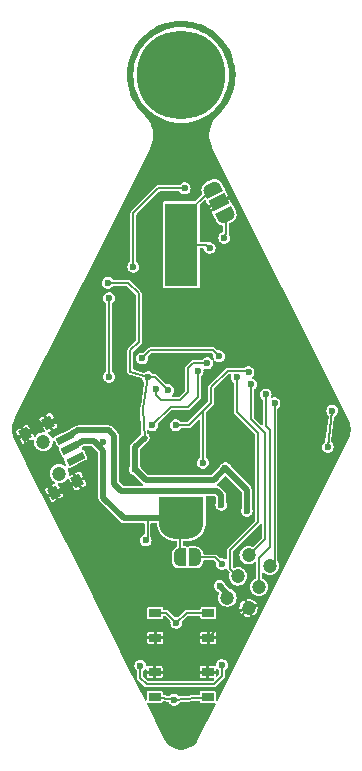
<source format=gbr>
%TF.GenerationSoftware,KiCad,Pcbnew,8.0.3*%
%TF.CreationDate,2024-06-16T19:36:31+02:00*%
%TF.ProjectId,jewelled_lc1,6a657765-6c6c-4656-945f-6c63312e6b69,rev?*%
%TF.SameCoordinates,Original*%
%TF.FileFunction,Copper,L2,Bot*%
%TF.FilePolarity,Positive*%
%FSLAX45Y45*%
G04 Gerber Fmt 4.5, Leading zero omitted, Abs format (unit mm)*
G04 Created by KiCad (PCBNEW 8.0.3) date 2024-06-16 19:36:31*
%MOMM*%
%LPD*%
G01*
G04 APERTURE LIST*
G04 Aperture macros list*
%AMRotRect*
0 Rectangle, with rotation*
0 The origin of the aperture is its center*
0 $1 length*
0 $2 width*
0 $3 Rotation angle, in degrees counterclockwise*
0 Add horizontal line*
21,1,$1,$2,0,0,$3*%
%AMFreePoly0*
4,1,19,0.550000,-0.750000,0.000000,-0.750000,0.000000,-0.744911,-0.071158,-0.744911,-0.207708,-0.704816,-0.327430,-0.627875,-0.420627,-0.520320,-0.479746,-0.390866,-0.500000,-0.250000,-0.500000,0.250000,-0.479746,0.390866,-0.420627,0.520320,-0.327430,0.627875,-0.207708,0.704816,-0.071157,0.744911,0.000000,0.744911,0.000000,0.750000,0.550000,0.750000,0.550000,-0.750000,0.550000,-0.750000,
$1*%
%AMFreePoly1*
4,1,19,0.000000,0.744911,0.071158,0.744911,0.207708,0.704816,0.327430,0.627875,0.420627,0.520320,0.479746,0.390866,0.500000,0.250000,0.500000,-0.250000,0.479746,-0.390866,0.420627,-0.520320,0.327430,-0.627875,0.207708,-0.704816,0.071157,-0.744911,0.000000,-0.744911,0.000000,-0.750000,-0.550000,-0.750000,-0.550000,0.750000,0.000000,0.750000,0.000000,0.744911,0.000000,0.744911,
$1*%
%AMFreePoly2*
4,1,25,-1.750000,1.900000,0.350000,1.900000,0.498310,1.892122,0.731447,1.847033,0.953609,1.763193,1.158408,1.643012,1.339949,1.489949,1.493012,1.308408,1.613193,1.103609,1.697033,0.881447,1.742122,0.648310,1.750000,0.500000,1.750000,-0.500000,1.742122,-0.648310,1.697033,-0.881447,1.613193,-1.103609,1.493012,-1.308408,1.339949,-1.489949,1.158408,-1.643012,0.953609,-1.763193,
0.731447,-1.847033,0.498310,-1.892122,0.350000,-1.900000,-1.750000,-1.900000,-1.750000,1.900000,-1.750000,1.900000,$1*%
%AMFreePoly3*
4,1,19,0.500000,-0.750000,0.000000,-0.750000,0.000000,-0.744911,-0.071157,-0.744911,-0.207708,-0.704816,-0.327430,-0.627875,-0.420627,-0.520320,-0.479746,-0.390866,-0.500000,-0.250000,-0.500000,0.250000,-0.479746,0.390866,-0.420627,0.520320,-0.327430,0.627875,-0.207708,0.704816,-0.071157,0.744911,0.000000,0.744911,0.000000,0.750000,0.500000,0.750000,0.500000,-0.750000,0.500000,-0.750000,
$1*%
%AMFreePoly4*
4,1,19,0.000000,0.744911,0.071157,0.744911,0.207708,0.704816,0.327430,0.627875,0.420627,0.520320,0.479746,0.390866,0.500000,0.250000,0.500000,-0.250000,0.479746,-0.390866,0.420627,-0.520320,0.327430,-0.627875,0.207708,-0.704816,0.071157,-0.744911,0.000000,-0.744911,0.000000,-0.750000,-0.500000,-0.750000,-0.500000,0.750000,0.000000,0.750000,0.000000,0.744911,0.000000,0.744911,
$1*%
G04 Aperture macros list end*
%TA.AperFunction,ComponentPad*%
%ADD10C,4.700000*%
%TD*%
%TA.AperFunction,ConnectorPad*%
%ADD11C,7.500000*%
%TD*%
%TA.AperFunction,SMDPad,CuDef*%
%ADD12FreePoly0,296.600000*%
%TD*%
%TA.AperFunction,SMDPad,CuDef*%
%ADD13RotRect,1.000000X1.500000X296.600000*%
%TD*%
%TA.AperFunction,SMDPad,CuDef*%
%ADD14FreePoly1,296.600000*%
%TD*%
%TA.AperFunction,WasherPad*%
%ADD15C,1.200000*%
%TD*%
%TA.AperFunction,SMDPad,CuDef*%
%ADD16RotRect,0.600000X1.500000X116.600000*%
%TD*%
%TA.AperFunction,SMDPad,CuDef*%
%ADD17RotRect,1.000000X0.800000X116.600000*%
%TD*%
%TA.AperFunction,SMDPad,CuDef*%
%ADD18R,1.000000X0.700000*%
%TD*%
%TA.AperFunction,SMDPad,CuDef*%
%ADD19C,1.200000*%
%TD*%
%TA.AperFunction,SMDPad,CuDef*%
%ADD20FreePoly2,270.000000*%
%TD*%
%TA.AperFunction,SMDPad,CuDef*%
%ADD21R,2.800000X7.000000*%
%TD*%
%TA.AperFunction,SMDPad,CuDef*%
%ADD22FreePoly3,0.000000*%
%TD*%
%TA.AperFunction,SMDPad,CuDef*%
%ADD23FreePoly4,0.000000*%
%TD*%
%TA.AperFunction,ViaPad*%
%ADD24C,0.600000*%
%TD*%
%TA.AperFunction,Conductor*%
%ADD25C,0.150000*%
%TD*%
%TA.AperFunction,Conductor*%
%ADD26C,0.500000*%
%TD*%
G04 APERTURE END LIST*
D10*
%TO.P,H1,1,1*%
%TO.N,unconnected-(H1-Pad1)_0*%
X14700000Y-7450000D03*
D11*
%TO.N,unconnected-(H1-Pad1)_1*%
X14700000Y-7450000D03*
%TD*%
D12*
%TO.P,JP2,1,A*%
%TO.N,BM*%
X14961791Y-8411260D03*
D13*
%TO.P,JP2,2,C*%
%TO.N,GND*%
X15020000Y-8527500D03*
D14*
%TO.P,JP2,3,B*%
%TO.N,Net-(JP2-B)*%
X15078209Y-8643740D03*
%TD*%
D15*
%TO.P,SW3,*%
%TO.N,*%
X13667164Y-10824123D03*
X13532836Y-10555877D03*
D16*
%TO.P,SW3,1,A*%
%TO.N,unconnected-(SW3-A-Pad1)*%
X13805724Y-10698819D03*
%TO.P,SW3,2,B*%
%TO.N,/BATT+_CRG*%
X13760948Y-10609403D03*
%TO.P,SW3,3,C*%
%TO.N,VDD*%
X13716172Y-10519988D03*
D17*
%TO.P,SW3,4,B*%
%TO.N,GND*%
X13624777Y-10985146D03*
X13821491Y-10886639D03*
X13378509Y-10493361D03*
X13575223Y-10394854D03*
%TD*%
D18*
%TO.P,SW2,1,A*%
%TO.N,GND*%
X14480000Y-12215000D03*
X14930000Y-12215000D03*
%TO.P,SW2,2,B*%
%TO.N,BUT2*%
X14480000Y-12005000D03*
X14930000Y-12005000D03*
%TD*%
D19*
%TO.P,J1,1,Pin_1*%
%TO.N,MCU_TXD*%
X15448967Y-11605945D03*
%TO.P,J1,2,Pin_2*%
%TO.N,SWDIO*%
X15270136Y-11516393D03*
%TO.P,J1,3,Pin_3*%
%TO.N,MCU_RXD*%
X15359415Y-11784776D03*
%TO.P,J1,4,Pin_4*%
%TO.N,SWCLK*%
X15180585Y-11695224D03*
%TO.P,J1,5,Pin_5*%
%TO.N,GND*%
X15269864Y-11963607D03*
%TO.P,J1,6,Pin_6*%
%TO.N,+5V*%
X15091033Y-11874055D03*
%TD*%
D20*
%TO.P,BT1,1,+*%
%TO.N,/BATT+_CRG*%
X14702500Y-11202500D03*
D21*
%TO.P,BT1,2,-*%
%TO.N,BM*%
X14702500Y-8887500D03*
%TD*%
D22*
%TO.P,JP1,1,A*%
%TO.N,/BATT+_CRG*%
X14690000Y-11535000D03*
D23*
%TO.P,JP1,2,B*%
%TO.N,Net-(JP1-B)*%
X14820000Y-11535000D03*
%TD*%
D18*
%TO.P,SW1,1,A*%
%TO.N,GND*%
X14925000Y-12505000D03*
X14475000Y-12505000D03*
%TO.P,SW1,2,B*%
%TO.N,BUT1*%
X14925000Y-12715000D03*
X14475000Y-12715000D03*
%TD*%
D24*
%TO.N,BM*%
X14940000Y-8915000D03*
%TO.N,/BATT+_CRG*%
X14730000Y-8410000D03*
X14295000Y-9075000D03*
X14400000Y-11390000D03*
X14090000Y-10005000D03*
X14090000Y-9340000D03*
X14040000Y-10555000D03*
%TO.N,VAA*%
X14590000Y-10120000D03*
X15075000Y-10780000D03*
X15045000Y-12445000D03*
X14080000Y-9210000D03*
X14420000Y-10010000D03*
X15255000Y-11140000D03*
X14355000Y-12450000D03*
X14310000Y-10790000D03*
X15940000Y-10600000D03*
X15978788Y-10291212D03*
%TO.N,GND*%
X15240000Y-9665000D03*
X15575000Y-9690000D03*
X15070000Y-10350000D03*
X14375000Y-9180000D03*
X13620000Y-10165000D03*
X15590000Y-10475000D03*
X15285000Y-10610000D03*
X15050000Y-12100000D03*
X14235000Y-9315000D03*
X15090000Y-10685000D03*
X14590000Y-10670000D03*
X14220000Y-10790000D03*
X13770000Y-11155000D03*
X14250000Y-10055000D03*
X15195000Y-9080000D03*
X13850000Y-9540000D03*
X14430000Y-8705000D03*
X14730000Y-12885000D03*
%TO.N,+2V8*%
X15270000Y-9965000D03*
X14655000Y-10415000D03*
X14885000Y-10735000D03*
%TO.N,BUT1*%
X14640000Y-12740000D03*
%TO.N,BUT2*%
X14660000Y-12090000D03*
%TO.N,I2C_SCL*%
X14920000Y-9890000D03*
X14490000Y-10110000D03*
%TO.N,SWDIO*%
X15290000Y-10070000D03*
%TO.N,MCU_TXD*%
X15490000Y-10230000D03*
%TO.N,+5V*%
X15025000Y-11775000D03*
%TO.N,MCU_RXD*%
X15415000Y-10155000D03*
%TO.N,SWCLK*%
X15170000Y-10010000D03*
%TO.N,I2C_SDA*%
X14455000Y-10415000D03*
X14840000Y-9960000D03*
%TO.N,LED1_SDB*%
X14370000Y-9850000D03*
X15020000Y-9830000D03*
%TO.N,Net-(JP1-B)*%
X15045000Y-11590000D03*
%TO.N,Net-(JP2-B)*%
X15065000Y-8830000D03*
%TO.N,VDD*%
X15040000Y-11090000D03*
%TD*%
D25*
%TO.N,BM*%
X14912500Y-8887500D02*
X14940000Y-8915000D01*
X14702500Y-8887500D02*
X14912500Y-8887500D01*
X14702500Y-8887500D02*
X14702500Y-8670551D01*
X14702500Y-8670551D02*
X14961791Y-8411260D01*
%TO.N,/BATT+_CRG*%
X14295000Y-8620000D02*
X14490000Y-8425000D01*
X14690000Y-11535000D02*
X14690000Y-11215000D01*
X14415000Y-11375000D02*
X14415000Y-11202500D01*
X14295000Y-9075000D02*
X14295000Y-8620000D01*
X14040000Y-10570000D02*
X14040000Y-10555000D01*
X14505000Y-8410000D02*
X14730000Y-8410000D01*
X14490000Y-8425000D02*
X14505000Y-8410000D01*
D26*
X14010000Y-10600000D02*
X13960000Y-10550000D01*
X14415000Y-11202500D02*
X14212500Y-11202500D01*
D25*
X14090000Y-10005000D02*
X14090000Y-9340000D01*
D26*
X14040000Y-10630000D02*
X14010000Y-10600000D01*
X13960000Y-10550000D02*
X13870000Y-10550000D01*
D25*
X14010000Y-10600000D02*
X14040000Y-10570000D01*
X14400000Y-11390000D02*
X14415000Y-11375000D01*
D26*
X14040000Y-11030000D02*
X14040000Y-10630000D01*
X14212500Y-11202500D02*
X14040000Y-11030000D01*
D25*
X14690000Y-11215000D02*
X14702500Y-11202500D01*
D26*
X13870000Y-10550000D02*
X13760948Y-10609403D01*
X14702500Y-11202500D02*
X14415000Y-11202500D01*
%TO.N,VAA*%
X14400000Y-10880000D02*
X14975000Y-10880000D01*
D25*
X15040000Y-12545000D02*
X15045000Y-12540000D01*
X14355000Y-12450000D02*
X14355000Y-12555000D01*
D26*
X14310000Y-10790000D02*
X14400000Y-10880000D01*
D25*
X14340000Y-9300000D02*
X14340000Y-9710000D01*
X14355000Y-12555000D02*
X14410000Y-12610000D01*
X14480000Y-10010000D02*
X14420000Y-10010000D01*
X14270000Y-9962000D02*
X14420000Y-10010000D01*
X15045000Y-12540000D02*
X15045000Y-12445000D01*
X14340000Y-9710000D02*
X14270000Y-9780000D01*
X14410000Y-12610000D02*
X14975000Y-12610000D01*
X14975000Y-12610000D02*
X15040000Y-12545000D01*
X14250000Y-9210000D02*
X14340000Y-9300000D01*
D26*
X15255000Y-11140000D02*
X15255000Y-10960000D01*
D25*
X14270000Y-9780000D02*
X14270000Y-9962000D01*
X14590000Y-10120000D02*
X14480000Y-10010000D01*
X14080000Y-9210000D02*
X14250000Y-9210000D01*
D26*
X14310000Y-10790000D02*
X14310000Y-10599615D01*
D25*
X14380000Y-10270000D02*
X14389615Y-10520000D01*
X14420000Y-10010000D02*
X14380000Y-10270000D01*
D26*
X15255000Y-10960000D02*
X15075000Y-10780000D01*
X14310000Y-10599615D02*
X14389615Y-10520000D01*
D25*
X15978788Y-10291212D02*
X15940000Y-10600000D01*
D26*
X14975000Y-10880000D02*
X15075000Y-10780000D01*
D25*
%TO.N,GND*%
X14250000Y-10055000D02*
X14205000Y-10010000D01*
X14205000Y-9345000D02*
X14235000Y-9315000D01*
X14220000Y-10790000D02*
X14220000Y-10085000D01*
X14205000Y-10010000D02*
X14205000Y-9705000D01*
X15030000Y-8905000D02*
X15030000Y-9325000D01*
X15590000Y-10070000D02*
X15590000Y-10475000D01*
X15285000Y-10610000D02*
X15165000Y-10610000D01*
X15285000Y-10590000D02*
X15045000Y-10350000D01*
X15240000Y-9665000D02*
X15240000Y-9720000D01*
X14950000Y-8825000D02*
X15030000Y-8905000D01*
X15016317Y-10685000D02*
X15090000Y-10685000D01*
X14735000Y-10815000D02*
X14886317Y-10815000D01*
X14950000Y-8597500D02*
X14950000Y-8685000D01*
X15240000Y-9720000D02*
X15590000Y-10070000D01*
X14480000Y-12215000D02*
X14930000Y-12215000D01*
X13378509Y-10493361D02*
X13477016Y-10394854D01*
X14375000Y-9180000D02*
X14525000Y-9330000D01*
X14205000Y-9705000D02*
X14205000Y-9345000D01*
X14950000Y-8685000D02*
X14950000Y-8825000D01*
X15030000Y-9325000D02*
X15025000Y-9330000D01*
X15050000Y-12100000D02*
X15045000Y-12100000D01*
X15269864Y-11963607D02*
X15133470Y-12100000D01*
X15020000Y-8527500D02*
X14950000Y-8597500D01*
X14525000Y-9330000D02*
X15025000Y-9330000D01*
X13525000Y-10885369D02*
X13624777Y-10985146D01*
X13722984Y-10985146D02*
X13821491Y-10886639D01*
X14590000Y-10670000D02*
X14735000Y-10815000D01*
X13525000Y-10770000D02*
X13525000Y-10885369D01*
X15025000Y-9330000D02*
X15025000Y-9450000D01*
X13378509Y-10493361D02*
X13378509Y-10623509D01*
X13624777Y-10985146D02*
X13722984Y-10985146D01*
X14886317Y-10815000D02*
X15016317Y-10685000D01*
X14475000Y-12505000D02*
X14480000Y-12215000D01*
X13378509Y-10623509D02*
X13525000Y-10770000D01*
X15045000Y-12100000D02*
X14930000Y-12215000D01*
X14925000Y-12220000D02*
X14930000Y-12215000D01*
X15165000Y-10610000D02*
X15090000Y-10685000D01*
X13910146Y-10394854D02*
X14250000Y-10055000D01*
X13477016Y-10394854D02*
X13575223Y-10394854D01*
X13575223Y-10394854D02*
X13910146Y-10394854D01*
X15133470Y-12100000D02*
X15050000Y-12100000D01*
X14220000Y-10085000D02*
X14250000Y-10055000D01*
X15045000Y-10350000D02*
X15070000Y-10350000D01*
X15285000Y-10610000D02*
X15285000Y-10590000D01*
X14925000Y-12505000D02*
X14925000Y-12220000D01*
X15025000Y-9450000D02*
X15240000Y-9665000D01*
%TO.N,+2V8*%
X14885000Y-10735000D02*
X14885000Y-10295000D01*
X14950000Y-10095000D02*
X15092500Y-9952500D01*
X15257500Y-9952500D02*
X15270000Y-9965000D01*
X14950000Y-10230000D02*
X14950000Y-10095000D01*
X15092500Y-9952500D02*
X15257500Y-9952500D01*
X14885000Y-10295000D02*
X14950000Y-10230000D01*
X14765000Y-10415000D02*
X14655000Y-10415000D01*
X14885000Y-10295000D02*
X14765000Y-10415000D01*
%TO.N,BUT1*%
X14475000Y-12715000D02*
X14640000Y-12740000D01*
X14925000Y-12715000D02*
X14640000Y-12740000D01*
%TO.N,BUT2*%
X14575000Y-12005000D02*
X14660000Y-12090000D01*
X14745000Y-12005000D02*
X14660000Y-12090000D01*
X14930000Y-12005000D02*
X14745000Y-12005000D01*
X14480000Y-12005000D02*
X14575000Y-12005000D01*
%TO.N,I2C_SCL*%
X14690000Y-10200000D02*
X14760000Y-10130000D01*
X14490000Y-10160000D02*
X14530000Y-10200000D01*
X14760000Y-10130000D02*
X14760000Y-9930000D01*
X14530000Y-10200000D02*
X14690000Y-10200000D01*
X14490000Y-10110000D02*
X14490000Y-10160000D01*
X14800000Y-9890000D02*
X14920000Y-9890000D01*
X14760000Y-9930000D02*
X14800000Y-9890000D01*
%TO.N,SWDIO*%
X15290000Y-10365000D02*
X15290000Y-10070000D01*
X15270136Y-11516393D02*
X15410000Y-11376530D01*
X15410000Y-11376530D02*
X15410000Y-10485000D01*
X15410000Y-10485000D02*
X15290000Y-10365000D01*
%TO.N,MCU_TXD*%
X15490000Y-10230000D02*
X15490000Y-11564912D01*
X15490000Y-11564912D02*
X15448967Y-11605945D01*
D26*
%TO.N,+5V*%
X15091033Y-11841033D02*
X15025000Y-11775000D01*
X15091033Y-11874055D02*
X15091033Y-11841033D01*
D25*
%TO.N,MCU_RXD*%
X15359415Y-11535584D02*
X15450000Y-11445000D01*
X15450000Y-11445000D02*
X15450000Y-10455000D01*
X15415000Y-10420000D02*
X15422500Y-10427500D01*
X15415000Y-10155000D02*
X15415000Y-10420000D01*
X15450000Y-10455000D02*
X15422500Y-10427500D01*
X15359415Y-11784776D02*
X15359415Y-11535584D01*
%TO.N,SWCLK*%
X15115000Y-11629639D02*
X15115000Y-11470000D01*
X15350000Y-11235000D02*
X15350000Y-10480000D01*
X15350000Y-10480000D02*
X15170000Y-10300000D01*
X15180585Y-11695224D02*
X15115000Y-11629639D01*
X15170000Y-10300000D02*
X15170000Y-10010000D01*
X15115000Y-11470000D02*
X15350000Y-11235000D01*
%TO.N,I2C_SDA*%
X14840000Y-10180000D02*
X14840000Y-9960000D01*
X14760000Y-10260000D02*
X14840000Y-10180000D01*
X14610000Y-10260000D02*
X14760000Y-10260000D01*
X14455000Y-10415000D02*
X14610000Y-10260000D01*
%TO.N,LED1_SDB*%
X14750000Y-9780000D02*
X14970000Y-9780000D01*
X14970000Y-9780000D02*
X15020000Y-9830000D01*
X14370000Y-9850000D02*
X14440000Y-9780000D01*
X14440000Y-9780000D02*
X14750000Y-9780000D01*
%TO.N,Net-(JP1-B)*%
X14990000Y-11535000D02*
X14820000Y-11535000D01*
X15045000Y-11590000D02*
X14990000Y-11535000D01*
%TO.N,Net-(JP2-B)*%
X15065000Y-8830000D02*
X15065000Y-8810000D01*
X15065000Y-8810000D02*
X15078209Y-8796791D01*
X15078209Y-8796791D02*
X15078209Y-8643740D01*
D26*
%TO.N,VDD*%
X14130000Y-10910000D02*
X14130000Y-10505000D01*
X14190000Y-10970000D02*
X14130000Y-10910000D01*
X14085000Y-10460000D02*
X13830000Y-10460000D01*
X15040000Y-11090000D02*
X15040000Y-11010000D01*
X15040000Y-11010000D02*
X15000000Y-10970000D01*
X14130000Y-10505000D02*
X14085000Y-10460000D01*
X15000000Y-10970000D02*
X14190000Y-10970000D01*
X13830000Y-10460000D02*
X13716172Y-10519988D01*
%TD*%
%TA.AperFunction,Conductor*%
%TO.N,GND*%
G36*
X14854333Y-12748376D02*
G01*
X14857728Y-12753222D01*
X14857857Y-12753776D01*
X14858468Y-12756847D01*
X14858468Y-12756848D01*
X14862347Y-12762653D01*
X14862347Y-12762653D01*
X14868152Y-12766532D01*
X14868698Y-12766640D01*
X14873271Y-12767550D01*
X14873271Y-12767550D01*
X14873272Y-12767550D01*
X14873272Y-12767550D01*
X14976728Y-12767550D01*
X14976728Y-12767550D01*
X14981302Y-12766640D01*
X14987150Y-12767540D01*
X14991051Y-12771989D01*
X14991180Y-12777904D01*
X14990726Y-12778992D01*
X14845759Y-13068928D01*
X14845759Y-13068928D01*
X14843206Y-13074034D01*
X14842900Y-13074593D01*
X14831328Y-13094013D01*
X14830597Y-13095057D01*
X14816500Y-13112318D01*
X14815624Y-13113243D01*
X14799143Y-13128247D01*
X14798141Y-13129032D01*
X14786668Y-13136732D01*
X14779635Y-13141452D01*
X14778527Y-13142082D01*
X14758398Y-13151647D01*
X14757210Y-13152108D01*
X14735893Y-13158612D01*
X14734650Y-13158893D01*
X14712609Y-13162194D01*
X14711338Y-13162290D01*
X14689052Y-13162317D01*
X14687781Y-13162225D01*
X14665732Y-13158977D01*
X14664488Y-13158699D01*
X14643156Y-13152247D01*
X14641967Y-13151790D01*
X14621813Y-13142273D01*
X14620705Y-13141646D01*
X14620413Y-13141452D01*
X14602169Y-13129273D01*
X14601164Y-13128489D01*
X14584647Y-13113526D01*
X14583768Y-13112603D01*
X14582150Y-13110631D01*
X14577376Y-13104815D01*
X14569629Y-13095376D01*
X14568895Y-13094334D01*
X14557278Y-13074945D01*
X14556961Y-13074367D01*
X14554361Y-13069168D01*
X14409273Y-12778992D01*
X14408597Y-12773114D01*
X14411857Y-12768176D01*
X14417529Y-12766489D01*
X14418697Y-12766640D01*
X14423272Y-12767550D01*
X14423272Y-12767550D01*
X14526728Y-12767550D01*
X14526728Y-12767550D01*
X14531848Y-12766532D01*
X14537653Y-12762653D01*
X14541532Y-12756848D01*
X14541532Y-12756848D01*
X14542005Y-12756139D01*
X14542178Y-12756255D01*
X14545443Y-12752691D01*
X14550734Y-12751811D01*
X14588690Y-12757562D01*
X14593884Y-12760395D01*
X14595262Y-12762520D01*
X14597462Y-12767337D01*
X14597462Y-12767337D01*
X14597462Y-12767338D01*
X14606887Y-12778214D01*
X14606887Y-12778214D01*
X14606887Y-12778214D01*
X14618995Y-12785995D01*
X14632804Y-12790050D01*
X14647196Y-12790050D01*
X14661005Y-12785995D01*
X14673113Y-12778214D01*
X14673381Y-12777904D01*
X14682537Y-12767338D01*
X14682537Y-12767337D01*
X14682538Y-12767337D01*
X14683262Y-12765751D01*
X14687412Y-12761534D01*
X14690374Y-12760727D01*
X14848618Y-12746846D01*
X14854333Y-12748376D01*
G37*
%TD.AperFunction*%
%TA.AperFunction,Conductor*%
G36*
X14741793Y-6991971D02*
G01*
X14742582Y-6992044D01*
X14781133Y-6997389D01*
X14783628Y-6997735D01*
X14784409Y-6997880D01*
X14791116Y-6999448D01*
X14824760Y-7007312D01*
X14825522Y-7007528D01*
X14851978Y-7016339D01*
X14864838Y-7020622D01*
X14865579Y-7020907D01*
X14903528Y-7037552D01*
X14904240Y-7037904D01*
X14940501Y-7057959D01*
X14941178Y-7058374D01*
X14975448Y-7081672D01*
X14976083Y-7082148D01*
X15008071Y-7108489D01*
X15008660Y-7109022D01*
X15038097Y-7138186D01*
X15038635Y-7138771D01*
X15065273Y-7170513D01*
X15065755Y-7171144D01*
X15089369Y-7205196D01*
X15089791Y-7205869D01*
X15110182Y-7241942D01*
X15110540Y-7242651D01*
X15127537Y-7280443D01*
X15127829Y-7281182D01*
X15141287Y-7320374D01*
X15141510Y-7321136D01*
X15151317Y-7361397D01*
X15151469Y-7362177D01*
X15157541Y-7403167D01*
X15157621Y-7403957D01*
X15159908Y-7445332D01*
X15159915Y-7446126D01*
X15158397Y-7487537D01*
X15158332Y-7488328D01*
X15153022Y-7529424D01*
X15152884Y-7530207D01*
X15143827Y-7570643D01*
X15143618Y-7571409D01*
X15130890Y-7610845D01*
X15130611Y-7611589D01*
X15114320Y-7649689D01*
X15113975Y-7650404D01*
X15094257Y-7686851D01*
X15093848Y-7687531D01*
X15070870Y-7722015D01*
X15070400Y-7722655D01*
X15044356Y-7754887D01*
X15043829Y-7755481D01*
X15014798Y-7785332D01*
X15014515Y-7785610D01*
X15010041Y-7789806D01*
X15009997Y-7789854D01*
X15004460Y-7795048D01*
X15004459Y-7795049D01*
X14986409Y-7816437D01*
X14970966Y-7839778D01*
X14958340Y-7864754D01*
X14958340Y-7864755D01*
X14948701Y-7891031D01*
X14942181Y-7918248D01*
X14942181Y-7918248D01*
X14938868Y-7946038D01*
X14938807Y-7974026D01*
X14941997Y-8001830D01*
X14948398Y-8029076D01*
X14957920Y-8055394D01*
X14961590Y-8062733D01*
X14961592Y-8062739D01*
X14962091Y-8063737D01*
X14962166Y-8064390D01*
X14964059Y-8067702D01*
X14964285Y-8068126D01*
X16119328Y-10378211D01*
X16119567Y-10378732D01*
X16127429Y-10397462D01*
X16127802Y-10398545D01*
X16133045Y-10417872D01*
X16133271Y-10418994D01*
X16135916Y-10438844D01*
X16135992Y-10439987D01*
X16135992Y-10460013D01*
X16135916Y-10461155D01*
X16133271Y-10481005D01*
X16133045Y-10482128D01*
X16127802Y-10501455D01*
X16127429Y-10502538D01*
X16119569Y-10521264D01*
X16119330Y-10521785D01*
X15008937Y-12742571D01*
X15004640Y-12746640D01*
X14998734Y-12746994D01*
X14993981Y-12743469D01*
X14992550Y-12738703D01*
X14992550Y-12678272D01*
X14992550Y-12678271D01*
X14991532Y-12673152D01*
X14991531Y-12673152D01*
X14987653Y-12667347D01*
X14987653Y-12667347D01*
X14981848Y-12663468D01*
X14981847Y-12663468D01*
X14976729Y-12662450D01*
X14976728Y-12662450D01*
X14873272Y-12662450D01*
X14873271Y-12662450D01*
X14868152Y-12663468D01*
X14868152Y-12663468D01*
X14862347Y-12667347D01*
X14862347Y-12667347D01*
X14858468Y-12673152D01*
X14858468Y-12673152D01*
X14857450Y-12678271D01*
X14857450Y-12687855D01*
X14855426Y-12693415D01*
X14850302Y-12696373D01*
X14849556Y-12696472D01*
X14685698Y-12710845D01*
X14679982Y-12709315D01*
X14678405Y-12707893D01*
X14673113Y-12701786D01*
X14673113Y-12701786D01*
X14661005Y-12694005D01*
X14647196Y-12689950D01*
X14632804Y-12689950D01*
X14618995Y-12694005D01*
X14606887Y-12701786D01*
X14603987Y-12705133D01*
X14598816Y-12708010D01*
X14596154Y-12708021D01*
X14549904Y-12701013D01*
X14544710Y-12698179D01*
X14542552Y-12692670D01*
X14542550Y-12692461D01*
X14542550Y-12678272D01*
X14542550Y-12678271D01*
X14541532Y-12673152D01*
X14541531Y-12673152D01*
X14537653Y-12667347D01*
X14537653Y-12667347D01*
X14531848Y-12663468D01*
X14531847Y-12663468D01*
X14526729Y-12662450D01*
X14526728Y-12662450D01*
X14423272Y-12662450D01*
X14423271Y-12662450D01*
X14418152Y-12663468D01*
X14418152Y-12663468D01*
X14412347Y-12667347D01*
X14412347Y-12667347D01*
X14408468Y-12673152D01*
X14408468Y-12673152D01*
X14407450Y-12678271D01*
X14407450Y-12738703D01*
X14405426Y-12744263D01*
X14400302Y-12747222D01*
X14394475Y-12746194D01*
X14391063Y-12742572D01*
X14244777Y-12450000D01*
X14304435Y-12450000D01*
X14306483Y-12464246D01*
X14312462Y-12477337D01*
X14312462Y-12477338D01*
X14321887Y-12488214D01*
X14321887Y-12488214D01*
X14321887Y-12488214D01*
X14322170Y-12488396D01*
X14325976Y-12490842D01*
X14329560Y-12495551D01*
X14329950Y-12498119D01*
X14329950Y-12550017D01*
X14329950Y-12559983D01*
X14333764Y-12569190D01*
X14388764Y-12624190D01*
X14395810Y-12631236D01*
X14405017Y-12635050D01*
X14405017Y-12635050D01*
X14979983Y-12635050D01*
X14979983Y-12635050D01*
X14989190Y-12631236D01*
X15052973Y-12567453D01*
X15052973Y-12567453D01*
X15054190Y-12566236D01*
X15054190Y-12566236D01*
X15056557Y-12563869D01*
X15059190Y-12561236D01*
X15063942Y-12556484D01*
X15066236Y-12554190D01*
X15067979Y-12549983D01*
X15070050Y-12544983D01*
X15070050Y-12535017D01*
X15070050Y-12534321D01*
X15070050Y-12534319D01*
X15070050Y-12493119D01*
X15072074Y-12487559D01*
X15074023Y-12485842D01*
X15078113Y-12483214D01*
X15078113Y-12483214D01*
X15087537Y-12472338D01*
X15087538Y-12472337D01*
X15087537Y-12472337D01*
X15087538Y-12472337D01*
X15093516Y-12459246D01*
X15095565Y-12445000D01*
X15093516Y-12430754D01*
X15087538Y-12417663D01*
X15087538Y-12417663D01*
X15087538Y-12417662D01*
X15087537Y-12417662D01*
X15078113Y-12406786D01*
X15078113Y-12406786D01*
X15066005Y-12399005D01*
X15052196Y-12394950D01*
X15037804Y-12394950D01*
X15023995Y-12399005D01*
X15011887Y-12406786D01*
X15011887Y-12406786D01*
X15002462Y-12417662D01*
X15002462Y-12417662D01*
X14996483Y-12430754D01*
X14994435Y-12445000D01*
X14994435Y-12445619D01*
X14994155Y-12445619D01*
X14993160Y-12450365D01*
X14988508Y-12454022D01*
X14982594Y-12453832D01*
X14982502Y-12453794D01*
X14981828Y-12453515D01*
X14976724Y-12452500D01*
X14937500Y-12452500D01*
X14937500Y-12452500D01*
X14937500Y-12492500D01*
X14937500Y-12492500D01*
X14992500Y-12492500D01*
X14992500Y-12492500D01*
X14992500Y-12484032D01*
X14994524Y-12478472D01*
X14999648Y-12475513D01*
X15005475Y-12476541D01*
X15007687Y-12478367D01*
X15009527Y-12480490D01*
X15011887Y-12483214D01*
X15015976Y-12485842D01*
X15019560Y-12490551D01*
X15019950Y-12493119D01*
X15019950Y-12526041D01*
X15017926Y-12531601D01*
X15017416Y-12532157D01*
X15007266Y-12542307D01*
X15001904Y-12544808D01*
X14996189Y-12543277D01*
X14992795Y-12538430D01*
X14992500Y-12536191D01*
X14992500Y-12517500D01*
X14992500Y-12517500D01*
X14937500Y-12517500D01*
X14937500Y-12517500D01*
X14937500Y-12557500D01*
X14937500Y-12557500D01*
X14971191Y-12557500D01*
X14976751Y-12559524D01*
X14979709Y-12564648D01*
X14978682Y-12570475D01*
X14977307Y-12572266D01*
X14967157Y-12582416D01*
X14961795Y-12584917D01*
X14961041Y-12584950D01*
X14423959Y-12584950D01*
X14418399Y-12582926D01*
X14417843Y-12582416D01*
X14401131Y-12565705D01*
X14400735Y-12564856D01*
X14400296Y-12564728D01*
X14399295Y-12563869D01*
X14382583Y-12547157D01*
X14380083Y-12541795D01*
X14380050Y-12541041D01*
X14380050Y-12517500D01*
X14407500Y-12517500D01*
X14407500Y-12541724D01*
X14408515Y-12546828D01*
X14408515Y-12546828D01*
X14412383Y-12552617D01*
X14418171Y-12556484D01*
X14418172Y-12556485D01*
X14423276Y-12557500D01*
X14423277Y-12557500D01*
X14462500Y-12557500D01*
X14462500Y-12557500D01*
X14462500Y-12517500D01*
X14487500Y-12517500D01*
X14487500Y-12557500D01*
X14487500Y-12557500D01*
X14526723Y-12557500D01*
X14526724Y-12557500D01*
X14531828Y-12556485D01*
X14531828Y-12556484D01*
X14537616Y-12552617D01*
X14537617Y-12552616D01*
X14541484Y-12546828D01*
X14541485Y-12546828D01*
X14542500Y-12541724D01*
X14542500Y-12541723D01*
X14542500Y-12517500D01*
X14857500Y-12517500D01*
X14857500Y-12541724D01*
X14858515Y-12546828D01*
X14858515Y-12546828D01*
X14862383Y-12552616D01*
X14862383Y-12552617D01*
X14868171Y-12556484D01*
X14868172Y-12556485D01*
X14873276Y-12557500D01*
X14873277Y-12557500D01*
X14912500Y-12557500D01*
X14912500Y-12557500D01*
X14912500Y-12517500D01*
X14912500Y-12517500D01*
X14857500Y-12517500D01*
X14857500Y-12517500D01*
X14542500Y-12517500D01*
X14542500Y-12517500D01*
X14487500Y-12517500D01*
X14487500Y-12517500D01*
X14462500Y-12517500D01*
X14462500Y-12517500D01*
X14407500Y-12517500D01*
X14407500Y-12517500D01*
X14380050Y-12517500D01*
X14380050Y-12498119D01*
X14382074Y-12492559D01*
X14384023Y-12490842D01*
X14386841Y-12489032D01*
X14388113Y-12488214D01*
X14392313Y-12483367D01*
X14397483Y-12480490D01*
X14403293Y-12481610D01*
X14407024Y-12486203D01*
X14407500Y-12489032D01*
X14407500Y-12492500D01*
X14407500Y-12492500D01*
X14462500Y-12492500D01*
X14462500Y-12492500D01*
X14462500Y-12452500D01*
X14487500Y-12452500D01*
X14487500Y-12492500D01*
X14487500Y-12492500D01*
X14542500Y-12492500D01*
X14542500Y-12492500D01*
X14542500Y-12468277D01*
X14542500Y-12468276D01*
X14857500Y-12468276D01*
X14857500Y-12492500D01*
X14857500Y-12492500D01*
X14912500Y-12492500D01*
X14912500Y-12492500D01*
X14912500Y-12452500D01*
X14912500Y-12452500D01*
X14873276Y-12452500D01*
X14868172Y-12453515D01*
X14868171Y-12453515D01*
X14862383Y-12457383D01*
X14862383Y-12457383D01*
X14858515Y-12463171D01*
X14858515Y-12463172D01*
X14857500Y-12468276D01*
X14542500Y-12468276D01*
X14541485Y-12463172D01*
X14541484Y-12463171D01*
X14537617Y-12457383D01*
X14537616Y-12457383D01*
X14531828Y-12453515D01*
X14531828Y-12453515D01*
X14526724Y-12452500D01*
X14487500Y-12452500D01*
X14487500Y-12452500D01*
X14462500Y-12452500D01*
X14462500Y-12452500D01*
X14423276Y-12452500D01*
X14418172Y-12453515D01*
X14417385Y-12453841D01*
X14417275Y-12453577D01*
X14412796Y-12454672D01*
X14407490Y-12452054D01*
X14405177Y-12447305D01*
X14403516Y-12435754D01*
X14397538Y-12422663D01*
X14397538Y-12422663D01*
X14397538Y-12422662D01*
X14397537Y-12422662D01*
X14388113Y-12411786D01*
X14388113Y-12411786D01*
X14376005Y-12404005D01*
X14362196Y-12399950D01*
X14347804Y-12399950D01*
X14333995Y-12404005D01*
X14321887Y-12411786D01*
X14321887Y-12411786D01*
X14312462Y-12422662D01*
X14312462Y-12422662D01*
X14306483Y-12435754D01*
X14304435Y-12450000D01*
X14244777Y-12450000D01*
X14133527Y-12227500D01*
X14412500Y-12227500D01*
X14412500Y-12251724D01*
X14413515Y-12256828D01*
X14413515Y-12256828D01*
X14417383Y-12262616D01*
X14417383Y-12262617D01*
X14423171Y-12266484D01*
X14423172Y-12266485D01*
X14428276Y-12267500D01*
X14428277Y-12267500D01*
X14467500Y-12267500D01*
X14467500Y-12267500D01*
X14467500Y-12227500D01*
X14492500Y-12227500D01*
X14492500Y-12267500D01*
X14492500Y-12267500D01*
X14531723Y-12267500D01*
X14531724Y-12267500D01*
X14536828Y-12266485D01*
X14536828Y-12266484D01*
X14542616Y-12262617D01*
X14542617Y-12262616D01*
X14546484Y-12256828D01*
X14546485Y-12256828D01*
X14547500Y-12251724D01*
X14547500Y-12251723D01*
X14547500Y-12227500D01*
X14862500Y-12227500D01*
X14862500Y-12251724D01*
X14863515Y-12256828D01*
X14863515Y-12256828D01*
X14867383Y-12262616D01*
X14867383Y-12262617D01*
X14873171Y-12266484D01*
X14873172Y-12266485D01*
X14878276Y-12267500D01*
X14878277Y-12267500D01*
X14917500Y-12267500D01*
X14917500Y-12267500D01*
X14917500Y-12227500D01*
X14942500Y-12227500D01*
X14942500Y-12267500D01*
X14942500Y-12267500D01*
X14981723Y-12267500D01*
X14981724Y-12267500D01*
X14986828Y-12266485D01*
X14986828Y-12266484D01*
X14992616Y-12262617D01*
X14992617Y-12262616D01*
X14996484Y-12256828D01*
X14996485Y-12256828D01*
X14997500Y-12251724D01*
X14997500Y-12251723D01*
X14997500Y-12227500D01*
X14997500Y-12227500D01*
X14942500Y-12227500D01*
X14942500Y-12227500D01*
X14917500Y-12227500D01*
X14917500Y-12227500D01*
X14862500Y-12227500D01*
X14862500Y-12227500D01*
X14547500Y-12227500D01*
X14547500Y-12227500D01*
X14492500Y-12227500D01*
X14492500Y-12227500D01*
X14467500Y-12227500D01*
X14467500Y-12227500D01*
X14412500Y-12227500D01*
X14412500Y-12227500D01*
X14133527Y-12227500D01*
X14108915Y-12178276D01*
X14412500Y-12178276D01*
X14412500Y-12202500D01*
X14412500Y-12202500D01*
X14467500Y-12202500D01*
X14467500Y-12202500D01*
X14467500Y-12162500D01*
X14492500Y-12162500D01*
X14492500Y-12202500D01*
X14492500Y-12202500D01*
X14547500Y-12202500D01*
X14547500Y-12202500D01*
X14547500Y-12178277D01*
X14547500Y-12178276D01*
X14862500Y-12178276D01*
X14862500Y-12202500D01*
X14862500Y-12202500D01*
X14917500Y-12202500D01*
X14917500Y-12202500D01*
X14917500Y-12162500D01*
X14942500Y-12162500D01*
X14942500Y-12202500D01*
X14942500Y-12202500D01*
X14997500Y-12202500D01*
X14997500Y-12202500D01*
X14997500Y-12178277D01*
X14997500Y-12178276D01*
X14996485Y-12173172D01*
X14996484Y-12173171D01*
X14992617Y-12167383D01*
X14992616Y-12167383D01*
X14986828Y-12163515D01*
X14986828Y-12163515D01*
X14981724Y-12162500D01*
X14942500Y-12162500D01*
X14942500Y-12162500D01*
X14917500Y-12162500D01*
X14917500Y-12162500D01*
X14878276Y-12162500D01*
X14873172Y-12163515D01*
X14873171Y-12163515D01*
X14867383Y-12167383D01*
X14867383Y-12167383D01*
X14863515Y-12173171D01*
X14863515Y-12173172D01*
X14862500Y-12178276D01*
X14547500Y-12178276D01*
X14546485Y-12173172D01*
X14546484Y-12173171D01*
X14542617Y-12167383D01*
X14542616Y-12167383D01*
X14536828Y-12163515D01*
X14536828Y-12163515D01*
X14531724Y-12162500D01*
X14492500Y-12162500D01*
X14492500Y-12162500D01*
X14467500Y-12162500D01*
X14467500Y-12162500D01*
X14428276Y-12162500D01*
X14423172Y-12163515D01*
X14423171Y-12163515D01*
X14417383Y-12167383D01*
X14417383Y-12167383D01*
X14413515Y-12173171D01*
X14413515Y-12173172D01*
X14412500Y-12178276D01*
X14108915Y-12178276D01*
X14003913Y-11968271D01*
X14412450Y-11968271D01*
X14412450Y-12041729D01*
X14413468Y-12046847D01*
X14413468Y-12046848D01*
X14417347Y-12052653D01*
X14417347Y-12052653D01*
X14423152Y-12056532D01*
X14425747Y-12057048D01*
X14428271Y-12057550D01*
X14428271Y-12057550D01*
X14428272Y-12057550D01*
X14428272Y-12057550D01*
X14531728Y-12057550D01*
X14531728Y-12057550D01*
X14536848Y-12056532D01*
X14542653Y-12052653D01*
X14546532Y-12046848D01*
X14547550Y-12041728D01*
X14547550Y-12038700D01*
X14549574Y-12033140D01*
X14554698Y-12030181D01*
X14556200Y-12030050D01*
X14561041Y-12030050D01*
X14566601Y-12032074D01*
X14567157Y-12032583D01*
X14608276Y-12073703D01*
X14610777Y-12079065D01*
X14610722Y-12081050D01*
X14609435Y-12090000D01*
X14611483Y-12104246D01*
X14617462Y-12117337D01*
X14617462Y-12117338D01*
X14626887Y-12128214D01*
X14626887Y-12128214D01*
X14626887Y-12128214D01*
X14638995Y-12135995D01*
X14652804Y-12140050D01*
X14667196Y-12140050D01*
X14681005Y-12135995D01*
X14693113Y-12128214D01*
X14702538Y-12117337D01*
X14708516Y-12104246D01*
X14710565Y-12090000D01*
X14710565Y-12090000D01*
X14710565Y-12090000D01*
X14709278Y-12081050D01*
X14710490Y-12075259D01*
X14711723Y-12073703D01*
X14752842Y-12032583D01*
X14758205Y-12030083D01*
X14758959Y-12030050D01*
X14853800Y-12030050D01*
X14859360Y-12032074D01*
X14862319Y-12037198D01*
X14862450Y-12038700D01*
X14862450Y-12041729D01*
X14863468Y-12046847D01*
X14863468Y-12046848D01*
X14867347Y-12052653D01*
X14867347Y-12052653D01*
X14873152Y-12056532D01*
X14875747Y-12057048D01*
X14878271Y-12057550D01*
X14878271Y-12057550D01*
X14878272Y-12057550D01*
X14878272Y-12057550D01*
X14981728Y-12057550D01*
X14981728Y-12057550D01*
X14986848Y-12056532D01*
X14992653Y-12052653D01*
X14996532Y-12046848D01*
X14997550Y-12041728D01*
X14997550Y-11999686D01*
X15201005Y-11999686D01*
X15208888Y-12012233D01*
X15221237Y-12024582D01*
X15236025Y-12033874D01*
X15252509Y-12039642D01*
X15269864Y-12041597D01*
X15269864Y-12041597D01*
X15282173Y-12040210D01*
X15282173Y-12040210D01*
X15261948Y-11979413D01*
X15201005Y-11999686D01*
X14997550Y-11999686D01*
X14997550Y-11968272D01*
X14996622Y-11963606D01*
X15191873Y-11963606D01*
X15191873Y-11963607D01*
X15193260Y-11975916D01*
X15193260Y-11975916D01*
X15206468Y-11971522D01*
X15285670Y-11971522D01*
X15305943Y-12032465D01*
X15318490Y-12024582D01*
X15330839Y-12012233D01*
X15340131Y-11997445D01*
X15345899Y-11980961D01*
X15347854Y-11963607D01*
X15347854Y-11963607D01*
X15346467Y-11951298D01*
X15346467Y-11951298D01*
X15285670Y-11971522D01*
X15206468Y-11971522D01*
X15254057Y-11955691D01*
X15233784Y-11894748D01*
X15221238Y-11902631D01*
X15221237Y-11902631D01*
X15208888Y-11914980D01*
X15199597Y-11929768D01*
X15193829Y-11946252D01*
X15191873Y-11963606D01*
X14996622Y-11963606D01*
X14996532Y-11963152D01*
X14992653Y-11957347D01*
X14992653Y-11957347D01*
X14986848Y-11953468D01*
X14986847Y-11953468D01*
X14981729Y-11952450D01*
X14981728Y-11952450D01*
X14878272Y-11952450D01*
X14878271Y-11952450D01*
X14873152Y-11953468D01*
X14873152Y-11953468D01*
X14867347Y-11957347D01*
X14867347Y-11957347D01*
X14863468Y-11963152D01*
X14863468Y-11963152D01*
X14862450Y-11968271D01*
X14862450Y-11971300D01*
X14860426Y-11976860D01*
X14855302Y-11979819D01*
X14853800Y-11979950D01*
X14750990Y-11979950D01*
X14750990Y-11979950D01*
X14749983Y-11979950D01*
X14740017Y-11979950D01*
X14734624Y-11982184D01*
X14730810Y-11983764D01*
X14730810Y-11983764D01*
X14723763Y-11990810D01*
X14676567Y-12038007D01*
X14671204Y-12040507D01*
X14668014Y-12040190D01*
X14667196Y-12039950D01*
X14652804Y-12039950D01*
X14652804Y-12039950D01*
X14651986Y-12040190D01*
X14646081Y-12039815D01*
X14643433Y-12038007D01*
X14617659Y-12012233D01*
X14589190Y-11983764D01*
X14579983Y-11979950D01*
X14579983Y-11979950D01*
X14556200Y-11979950D01*
X14550640Y-11977926D01*
X14547681Y-11972802D01*
X14547550Y-11971300D01*
X14547550Y-11968272D01*
X14547550Y-11968271D01*
X14546532Y-11963152D01*
X14546531Y-11963152D01*
X14542653Y-11957347D01*
X14542653Y-11957347D01*
X14536848Y-11953468D01*
X14536847Y-11953468D01*
X14531729Y-11952450D01*
X14531728Y-11952450D01*
X14428272Y-11952450D01*
X14428271Y-11952450D01*
X14423152Y-11953468D01*
X14423152Y-11953468D01*
X14417347Y-11957347D01*
X14417347Y-11957347D01*
X14413468Y-11963152D01*
X14413468Y-11963152D01*
X14412450Y-11968271D01*
X14003913Y-11968271D01*
X13907277Y-11775000D01*
X14974435Y-11775000D01*
X14976483Y-11789246D01*
X14982462Y-11802337D01*
X14982462Y-11802338D01*
X14991887Y-11813214D01*
X14991887Y-11813214D01*
X14991887Y-11813214D01*
X15003995Y-11820995D01*
X15011539Y-11823210D01*
X15015219Y-11825394D01*
X15019431Y-11829606D01*
X15021932Y-11834968D01*
X15020792Y-11839690D01*
X15020931Y-11839756D01*
X15020721Y-11840194D01*
X15014949Y-11856689D01*
X15012992Y-11874055D01*
X15012992Y-11874055D01*
X15014949Y-11891420D01*
X15014949Y-11891420D01*
X15014949Y-11891421D01*
X15020721Y-11907915D01*
X15030018Y-11922712D01*
X15042375Y-11935070D01*
X15057172Y-11944367D01*
X15073667Y-11950139D01*
X15083950Y-11951298D01*
X15091033Y-11952096D01*
X15091033Y-11952096D01*
X15091033Y-11952096D01*
X15095374Y-11951606D01*
X15108398Y-11950139D01*
X15124893Y-11944367D01*
X15139690Y-11935070D01*
X15152047Y-11922712D01*
X15161345Y-11907915D01*
X15167117Y-11891421D01*
X15167615Y-11887003D01*
X15257555Y-11887003D01*
X15257555Y-11887003D01*
X15277779Y-11947800D01*
X15338722Y-11927527D01*
X15330839Y-11914980D01*
X15318490Y-11902631D01*
X15303702Y-11893340D01*
X15287218Y-11887572D01*
X15269864Y-11885616D01*
X15269864Y-11885616D01*
X15257555Y-11887003D01*
X15167615Y-11887003D01*
X15169073Y-11874055D01*
X15167117Y-11856689D01*
X15161345Y-11840194D01*
X15152047Y-11825397D01*
X15139690Y-11813040D01*
X15139690Y-11813040D01*
X15134758Y-11809941D01*
X15124893Y-11803743D01*
X15109873Y-11798487D01*
X15106613Y-11796439D01*
X15075987Y-11765812D01*
X15073744Y-11761332D01*
X15073691Y-11761348D01*
X15073603Y-11761050D01*
X15073541Y-11760926D01*
X15073516Y-11760754D01*
X15067538Y-11747663D01*
X15067538Y-11747663D01*
X15067538Y-11747662D01*
X15067537Y-11747662D01*
X15058113Y-11736786D01*
X15058113Y-11736786D01*
X15046005Y-11729005D01*
X15032196Y-11724950D01*
X15017804Y-11724950D01*
X15003995Y-11729005D01*
X14991887Y-11736786D01*
X14991887Y-11736786D01*
X14982462Y-11747662D01*
X14982462Y-11747662D01*
X14976483Y-11760754D01*
X14974435Y-11775000D01*
X13907277Y-11775000D01*
X13530812Y-11022069D01*
X13578960Y-11022069D01*
X13578960Y-11022069D01*
X13596522Y-11057140D01*
X13599716Y-11061251D01*
X13605767Y-11064695D01*
X13612674Y-11065561D01*
X13617694Y-11064183D01*
X13643823Y-11051098D01*
X13643823Y-11051098D01*
X13619197Y-11001920D01*
X13578960Y-11022069D01*
X13530812Y-11022069D01*
X13499589Y-10959624D01*
X13548825Y-10959624D01*
X13548825Y-10959624D01*
X13550203Y-10964643D01*
X13567766Y-10999715D01*
X13567766Y-10999715D01*
X13585717Y-10990726D01*
X13641551Y-10990726D01*
X13641551Y-10990726D01*
X13666177Y-11039904D01*
X13692307Y-11026819D01*
X13696417Y-11023626D01*
X13699862Y-11017575D01*
X13700728Y-11010668D01*
X13700728Y-11010668D01*
X13699350Y-11005648D01*
X13681788Y-10970577D01*
X13681787Y-10970577D01*
X13641551Y-10990726D01*
X13585717Y-10990726D01*
X13608003Y-10979566D01*
X13608003Y-10979566D01*
X13583376Y-10930387D01*
X13583376Y-10930387D01*
X13557247Y-10943472D01*
X13557246Y-10943472D01*
X13553136Y-10946666D01*
X13549692Y-10952717D01*
X13548825Y-10959624D01*
X13499589Y-10959624D01*
X13284919Y-10530284D01*
X13332692Y-10530284D01*
X13332692Y-10530284D01*
X13350255Y-10565355D01*
X13353449Y-10569466D01*
X13359499Y-10572910D01*
X13366407Y-10573776D01*
X13371426Y-10572398D01*
X13397556Y-10559314D01*
X13397556Y-10559313D01*
X13372929Y-10510135D01*
X13332692Y-10530284D01*
X13284919Y-10530284D01*
X13280672Y-10521789D01*
X13280433Y-10521269D01*
X13279358Y-10518708D01*
X13272571Y-10502537D01*
X13272199Y-10501455D01*
X13266954Y-10482126D01*
X13266729Y-10481005D01*
X13264974Y-10467839D01*
X13302558Y-10467839D01*
X13302558Y-10467839D01*
X13303936Y-10472859D01*
X13321498Y-10507930D01*
X13321498Y-10507930D01*
X13339449Y-10498941D01*
X13395283Y-10498941D01*
X13395283Y-10498941D01*
X13419910Y-10548119D01*
X13419910Y-10548119D01*
X13440590Y-10537764D01*
X13446467Y-10537084D01*
X13451407Y-10540341D01*
X13453098Y-10546011D01*
X13452947Y-10547186D01*
X13452786Y-10547992D01*
X13452786Y-10547993D01*
X13452786Y-10563762D01*
X13454721Y-10573489D01*
X13455862Y-10579227D01*
X13461897Y-10593795D01*
X13470657Y-10606906D01*
X13481807Y-10618056D01*
X13494918Y-10626816D01*
X13509486Y-10632851D01*
X13521926Y-10635325D01*
X13524951Y-10635927D01*
X13524951Y-10635927D01*
X13524952Y-10635927D01*
X13524952Y-10635927D01*
X13540720Y-10635927D01*
X13540720Y-10635927D01*
X13556186Y-10632851D01*
X13570754Y-10626816D01*
X13583865Y-10618056D01*
X13595015Y-10606906D01*
X13603776Y-10593795D01*
X13609810Y-10579227D01*
X13612886Y-10563761D01*
X13612886Y-10557019D01*
X13614910Y-10551459D01*
X13620034Y-10548501D01*
X13625861Y-10549528D01*
X13629271Y-10553146D01*
X13647624Y-10589798D01*
X13650827Y-10593920D01*
X13650827Y-10593920D01*
X13652872Y-10595084D01*
X13655994Y-10596861D01*
X13656895Y-10597373D01*
X13657171Y-10597408D01*
X13657489Y-10597571D01*
X13657703Y-10597642D01*
X13657692Y-10597675D01*
X13662436Y-10600108D01*
X13664734Y-10605560D01*
X13663613Y-10610269D01*
X13663475Y-10610512D01*
X13663474Y-10610512D01*
X13662605Y-10617440D01*
X13662605Y-10617440D01*
X13663987Y-10622473D01*
X13692400Y-10679213D01*
X13695603Y-10683335D01*
X13695603Y-10683335D01*
X13699844Y-10685749D01*
X13700770Y-10686276D01*
X13701671Y-10686789D01*
X13701947Y-10686823D01*
X13702265Y-10686987D01*
X13702479Y-10687058D01*
X13702468Y-10687091D01*
X13707212Y-10689523D01*
X13709510Y-10694976D01*
X13708389Y-10699685D01*
X13708250Y-10699928D01*
X13708250Y-10699928D01*
X13707381Y-10706855D01*
X13707381Y-10706856D01*
X13708763Y-10711889D01*
X13727058Y-10748423D01*
X13727738Y-10754301D01*
X13724481Y-10759241D01*
X13718811Y-10760931D01*
X13714518Y-10759489D01*
X13705082Y-10753184D01*
X13705082Y-10753184D01*
X13705082Y-10753184D01*
X13693589Y-10748423D01*
X13690514Y-10747149D01*
X13690513Y-10747149D01*
X13675048Y-10744073D01*
X13675048Y-10744073D01*
X13659280Y-10744073D01*
X13659279Y-10744073D01*
X13643814Y-10747149D01*
X13643814Y-10747149D01*
X13635280Y-10750684D01*
X13629246Y-10753184D01*
X13629246Y-10753184D01*
X13629246Y-10753184D01*
X13616135Y-10761944D01*
X13604985Y-10773094D01*
X13598776Y-10782386D01*
X13596224Y-10786205D01*
X13595358Y-10788297D01*
X13590190Y-10800773D01*
X13590190Y-10800774D01*
X13587114Y-10816238D01*
X13587114Y-10832008D01*
X13589284Y-10842916D01*
X13590190Y-10847473D01*
X13596224Y-10862041D01*
X13604985Y-10875152D01*
X13616135Y-10886302D01*
X13627446Y-10893860D01*
X13630944Y-10898631D01*
X13630557Y-10904535D01*
X13626513Y-10908786D01*
X13605730Y-10919193D01*
X13605730Y-10919193D01*
X13630357Y-10968372D01*
X13670593Y-10948223D01*
X13670593Y-10948223D01*
X13658244Y-10923562D01*
X13775674Y-10923562D01*
X13775674Y-10923562D01*
X13793236Y-10958633D01*
X13796430Y-10962744D01*
X13802481Y-10966188D01*
X13809388Y-10967054D01*
X13814407Y-10965676D01*
X13840537Y-10952591D01*
X13840537Y-10952591D01*
X13815911Y-10903413D01*
X13775674Y-10923562D01*
X13658244Y-10923562D01*
X13654806Y-10916696D01*
X13654126Y-10910818D01*
X13657383Y-10905879D01*
X13662541Y-10904173D01*
X13675048Y-10904173D01*
X13675048Y-10904173D01*
X13690513Y-10901097D01*
X13705082Y-10895062D01*
X13718193Y-10886302D01*
X13729343Y-10875152D01*
X13733704Y-10868625D01*
X13738475Y-10865126D01*
X13744380Y-10865513D01*
X13748630Y-10869558D01*
X13764480Y-10901208D01*
X13764480Y-10901208D01*
X13782431Y-10892219D01*
X13838264Y-10892219D01*
X13838264Y-10892219D01*
X13862891Y-10941397D01*
X13889021Y-10928312D01*
X13893131Y-10925119D01*
X13896575Y-10919068D01*
X13897442Y-10912161D01*
X13897442Y-10912161D01*
X13896064Y-10907141D01*
X13878501Y-10872070D01*
X13878501Y-10872070D01*
X13838264Y-10892219D01*
X13782431Y-10892219D01*
X13804717Y-10881059D01*
X13804717Y-10881059D01*
X13780090Y-10831880D01*
X13759410Y-10842236D01*
X13753532Y-10842916D01*
X13748593Y-10839659D01*
X13746902Y-10833989D01*
X13747053Y-10832814D01*
X13747214Y-10832007D01*
X13747214Y-10820686D01*
X13802444Y-10820686D01*
X13827071Y-10869865D01*
X13867307Y-10849716D01*
X13867307Y-10849716D01*
X13849745Y-10814645D01*
X13846551Y-10810534D01*
X13840501Y-10807090D01*
X13833593Y-10806224D01*
X13828574Y-10807601D01*
X13802444Y-10820686D01*
X13747214Y-10820686D01*
X13747214Y-10816239D01*
X13744137Y-10800773D01*
X13738969Y-10788297D01*
X13738712Y-10782386D01*
X13742314Y-10777691D01*
X13748038Y-10776404D01*
X13752143Y-10776919D01*
X13753374Y-10777074D01*
X13753374Y-10777073D01*
X13753374Y-10777074D01*
X13758408Y-10775692D01*
X13885819Y-10711889D01*
X13895621Y-10706980D01*
X13895782Y-10706855D01*
X13899743Y-10703777D01*
X13903197Y-10697710D01*
X13903680Y-10693860D01*
X13904066Y-10690783D01*
X13904066Y-10690782D01*
X13902684Y-10685749D01*
X13874271Y-10629009D01*
X13871068Y-10624887D01*
X13865000Y-10621433D01*
X13864723Y-10621399D01*
X13864405Y-10621235D01*
X13864192Y-10621165D01*
X13864203Y-10621132D01*
X13859459Y-10618698D01*
X13857161Y-10613246D01*
X13858283Y-10608537D01*
X13858421Y-10608294D01*
X13858421Y-10608294D01*
X13858690Y-10607486D01*
X13859015Y-10607594D01*
X13861045Y-10603635D01*
X13862789Y-10602381D01*
X13878902Y-10593604D01*
X13883040Y-10592550D01*
X13938792Y-10592550D01*
X13944352Y-10594574D01*
X13944909Y-10595084D01*
X13994916Y-10645091D01*
X13997417Y-10650454D01*
X13997450Y-10651208D01*
X13997450Y-11024398D01*
X13997450Y-11035602D01*
X14000350Y-11046424D01*
X14005951Y-11056126D01*
X14178451Y-11228626D01*
X14186374Y-11236548D01*
X14192322Y-11239983D01*
X14196076Y-11242150D01*
X14196076Y-11242150D01*
X14206898Y-11245050D01*
X14206898Y-11245050D01*
X14206898Y-11245050D01*
X14206898Y-11245050D01*
X14381300Y-11245050D01*
X14386860Y-11247074D01*
X14389819Y-11252198D01*
X14389950Y-11253700D01*
X14389950Y-11334313D01*
X14387926Y-11339873D01*
X14383737Y-11342612D01*
X14378995Y-11344005D01*
X14366887Y-11351786D01*
X14366887Y-11351786D01*
X14357462Y-11362662D01*
X14357462Y-11362662D01*
X14351483Y-11375754D01*
X14349435Y-11390000D01*
X14351483Y-11404246D01*
X14357462Y-11417337D01*
X14357462Y-11417338D01*
X14366887Y-11428214D01*
X14366887Y-11428214D01*
X14366887Y-11428214D01*
X14378995Y-11435995D01*
X14392804Y-11440050D01*
X14407196Y-11440050D01*
X14421005Y-11435995D01*
X14433113Y-11428214D01*
X14442538Y-11417337D01*
X14448516Y-11404246D01*
X14450565Y-11390000D01*
X14448516Y-11375754D01*
X14442538Y-11362663D01*
X14442163Y-11362230D01*
X14440051Y-11356703D01*
X14440050Y-11356565D01*
X14440050Y-11253700D01*
X14442074Y-11248140D01*
X14447198Y-11245181D01*
X14448700Y-11245050D01*
X14486910Y-11245050D01*
X14492470Y-11247074D01*
X14495428Y-11252198D01*
X14495538Y-11253091D01*
X14496005Y-11259708D01*
X14496005Y-11259708D01*
X14496005Y-11259708D01*
X14501594Y-11284524D01*
X14511092Y-11308122D01*
X14524251Y-11329891D01*
X14524252Y-11329891D01*
X14540732Y-11349266D01*
X14540734Y-11349268D01*
X14560109Y-11365748D01*
X14560109Y-11365748D01*
X14573269Y-11373704D01*
X14581878Y-11378908D01*
X14605476Y-11388406D01*
X14630292Y-11393995D01*
X14645239Y-11395050D01*
X14645240Y-11395050D01*
X14645241Y-11395050D01*
X14656300Y-11395050D01*
X14661860Y-11397074D01*
X14664819Y-11402198D01*
X14664950Y-11403700D01*
X14664950Y-11440707D01*
X14662926Y-11446267D01*
X14659893Y-11448575D01*
X14659257Y-11448866D01*
X14659257Y-11448866D01*
X14647162Y-11456639D01*
X14647161Y-11456640D01*
X14643280Y-11460003D01*
X14643279Y-11460004D01*
X14633863Y-11470870D01*
X14633863Y-11470871D01*
X14631086Y-11475191D01*
X14631086Y-11475192D01*
X14625113Y-11488270D01*
X14623666Y-11493200D01*
X14622701Y-11499905D01*
X14621619Y-11507431D01*
X14621619Y-11507432D01*
X14621619Y-11512568D01*
X14621862Y-11514255D01*
X14621950Y-11515486D01*
X14621950Y-11554514D01*
X14621862Y-11555744D01*
X14621619Y-11557431D01*
X14621619Y-11562569D01*
X14622392Y-11567945D01*
X14623498Y-11575634D01*
X14623666Y-11576800D01*
X14625113Y-11581730D01*
X14625113Y-11581730D01*
X14625113Y-11581730D01*
X14631086Y-11594808D01*
X14631086Y-11594808D01*
X14633863Y-11599129D01*
X14633863Y-11599129D01*
X14633863Y-11599130D01*
X14639768Y-11605945D01*
X14643279Y-11609996D01*
X14643280Y-11609997D01*
X14647161Y-11613360D01*
X14647161Y-11613360D01*
X14647162Y-11613361D01*
X14647162Y-11613361D01*
X14657887Y-11620254D01*
X14659257Y-11621134D01*
X14663665Y-11623147D01*
X14663930Y-11623268D01*
X14677725Y-11627319D01*
X14677726Y-11627319D01*
X14677726Y-11627319D01*
X14682811Y-11628050D01*
X14682811Y-11628050D01*
X14740000Y-11628050D01*
X14740870Y-11627997D01*
X14742176Y-11627918D01*
X14750254Y-11624855D01*
X14750254Y-11624854D01*
X14750344Y-11624792D01*
X14750584Y-11624730D01*
X14751236Y-11624482D01*
X14751262Y-11624553D01*
X14756070Y-11623299D01*
X14760995Y-11625436D01*
X14761612Y-11625982D01*
X14770000Y-11628050D01*
X14770000Y-11628050D01*
X14827189Y-11628050D01*
X14827189Y-11628050D01*
X14832274Y-11627319D01*
X14832274Y-11627319D01*
X14832274Y-11627319D01*
X14840472Y-11624912D01*
X14846070Y-11623268D01*
X14850743Y-11621134D01*
X14862838Y-11613361D01*
X14866721Y-11609996D01*
X14876137Y-11599130D01*
X14878914Y-11594808D01*
X14884887Y-11581730D01*
X14886334Y-11576800D01*
X14887676Y-11567469D01*
X14890470Y-11562253D01*
X14895963Y-11560054D01*
X14896238Y-11560050D01*
X14976041Y-11560050D01*
X14981601Y-11562074D01*
X14982157Y-11562583D01*
X14993276Y-11573703D01*
X14995777Y-11579065D01*
X14995722Y-11581050D01*
X14994639Y-11588579D01*
X14994435Y-11590000D01*
X14995127Y-11594808D01*
X14996483Y-11604246D01*
X15002462Y-11617337D01*
X15002462Y-11617338D01*
X15011887Y-11628214D01*
X15011887Y-11628214D01*
X15011887Y-11628214D01*
X15023995Y-11635995D01*
X15037804Y-11640050D01*
X15052196Y-11640050D01*
X15066005Y-11635995D01*
X15076795Y-11629061D01*
X15082567Y-11627757D01*
X15087826Y-11630469D01*
X15089555Y-11633864D01*
X15089624Y-11633835D01*
X15089950Y-11634622D01*
X15089950Y-11634622D01*
X15093764Y-11643829D01*
X15093764Y-11643829D01*
X15106695Y-11656760D01*
X15109195Y-11662123D01*
X15108743Y-11665734D01*
X15104500Y-11677858D01*
X15102544Y-11695224D01*
X15102544Y-11695224D01*
X15104500Y-11712589D01*
X15104500Y-11712590D01*
X15104500Y-11712590D01*
X15110272Y-11729085D01*
X15119570Y-11743882D01*
X15131927Y-11756239D01*
X15146724Y-11765536D01*
X15163219Y-11771308D01*
X15174796Y-11772612D01*
X15180584Y-11773265D01*
X15180585Y-11773265D01*
X15180585Y-11773265D01*
X15184926Y-11772775D01*
X15197950Y-11771308D01*
X15214445Y-11765536D01*
X15229242Y-11756239D01*
X15241599Y-11743882D01*
X15250897Y-11729085D01*
X15256669Y-11712590D01*
X15258625Y-11695224D01*
X15256669Y-11677858D01*
X15250897Y-11661363D01*
X15241599Y-11646566D01*
X15229242Y-11634209D01*
X15229242Y-11634209D01*
X15223289Y-11630469D01*
X15214445Y-11624912D01*
X15197950Y-11619140D01*
X15197950Y-11619140D01*
X15197950Y-11619140D01*
X15180585Y-11617183D01*
X15180584Y-11617183D01*
X15163219Y-11619140D01*
X15151557Y-11623221D01*
X15145640Y-11623147D01*
X15141155Y-11619287D01*
X15140050Y-11615056D01*
X15140050Y-11483959D01*
X15142074Y-11478399D01*
X15142582Y-11477843D01*
X15364189Y-11256236D01*
X15364190Y-11256236D01*
X15370184Y-11250242D01*
X15375546Y-11247742D01*
X15381261Y-11249273D01*
X15384655Y-11254120D01*
X15384950Y-11256359D01*
X15384950Y-11362571D01*
X15382926Y-11368131D01*
X15382416Y-11368687D01*
X15308600Y-11442503D01*
X15303237Y-11445004D01*
X15299627Y-11444552D01*
X15291415Y-11441678D01*
X15287502Y-11440309D01*
X15278819Y-11439331D01*
X15270137Y-11438352D01*
X15270136Y-11438352D01*
X15252771Y-11440309D01*
X15245992Y-11442681D01*
X15236276Y-11446081D01*
X15234750Y-11447040D01*
X15221479Y-11455378D01*
X15209122Y-11467736D01*
X15204437Y-11475192D01*
X15199824Y-11482533D01*
X15197817Y-11488270D01*
X15194052Y-11499028D01*
X15192096Y-11516393D01*
X15192096Y-11516393D01*
X15194052Y-11533759D01*
X15194052Y-11533759D01*
X15194052Y-11533759D01*
X15199824Y-11550254D01*
X15202501Y-11554514D01*
X15207731Y-11562837D01*
X15209122Y-11565051D01*
X15221479Y-11577408D01*
X15236276Y-11586705D01*
X15252771Y-11592477D01*
X15264348Y-11593782D01*
X15270136Y-11594434D01*
X15270136Y-11594434D01*
X15270137Y-11594434D01*
X15274478Y-11593945D01*
X15287502Y-11592477D01*
X15303997Y-11586705D01*
X15318794Y-11577408D01*
X15319599Y-11576603D01*
X15324962Y-11574102D01*
X15330677Y-11575634D01*
X15334071Y-11580481D01*
X15334365Y-11582719D01*
X15334365Y-11705243D01*
X15332342Y-11710803D01*
X15328573Y-11713407D01*
X15325555Y-11714463D01*
X15325555Y-11714464D01*
X15310758Y-11723761D01*
X15298401Y-11736118D01*
X15289103Y-11750915D01*
X15289103Y-11750915D01*
X15283331Y-11767410D01*
X15281375Y-11784776D01*
X15281375Y-11784776D01*
X15283331Y-11802141D01*
X15283331Y-11802141D01*
X15283331Y-11802141D01*
X15289103Y-11818636D01*
X15298401Y-11833433D01*
X15310758Y-11845790D01*
X15325555Y-11855088D01*
X15342050Y-11860860D01*
X15353627Y-11862164D01*
X15359415Y-11862816D01*
X15359415Y-11862816D01*
X15359416Y-11862816D01*
X15363757Y-11862327D01*
X15376781Y-11860860D01*
X15393276Y-11855088D01*
X15408073Y-11845790D01*
X15420430Y-11833433D01*
X15429728Y-11818636D01*
X15435500Y-11802141D01*
X15437456Y-11784776D01*
X15435500Y-11767410D01*
X15429728Y-11750915D01*
X15420430Y-11736118D01*
X15408073Y-11723761D01*
X15393276Y-11714464D01*
X15393276Y-11714463D01*
X15390258Y-11713407D01*
X15385679Y-11709661D01*
X15384465Y-11705243D01*
X15384465Y-11671998D01*
X15386489Y-11666438D01*
X15391613Y-11663480D01*
X15397440Y-11664507D01*
X15399232Y-11665882D01*
X15400310Y-11666960D01*
X15415107Y-11676257D01*
X15431602Y-11682029D01*
X15443179Y-11683333D01*
X15448967Y-11683986D01*
X15448967Y-11683986D01*
X15448967Y-11683986D01*
X15453309Y-11683496D01*
X15466333Y-11682029D01*
X15482828Y-11676257D01*
X15497625Y-11666960D01*
X15509982Y-11654603D01*
X15519279Y-11639806D01*
X15525051Y-11623311D01*
X15526551Y-11609997D01*
X15527008Y-11605945D01*
X15527008Y-11605945D01*
X15525211Y-11590000D01*
X15525051Y-11588579D01*
X15519279Y-11572084D01*
X15516376Y-11567463D01*
X15515050Y-11562861D01*
X15515050Y-10600000D01*
X15889435Y-10600000D01*
X15891483Y-10614246D01*
X15897462Y-10627337D01*
X15897462Y-10627338D01*
X15906887Y-10638214D01*
X15906887Y-10638214D01*
X15906887Y-10638214D01*
X15918995Y-10645995D01*
X15932804Y-10650050D01*
X15947196Y-10650050D01*
X15961005Y-10645995D01*
X15973113Y-10638214D01*
X15973113Y-10638214D01*
X15982537Y-10627338D01*
X15982538Y-10627337D01*
X15982537Y-10627337D01*
X15982538Y-10627337D01*
X15988516Y-10614246D01*
X15990565Y-10600000D01*
X15988516Y-10585754D01*
X15982538Y-10572663D01*
X15982538Y-10572663D01*
X15982538Y-10572663D01*
X15982537Y-10572662D01*
X15972961Y-10561611D01*
X15970850Y-10556084D01*
X15970916Y-10554868D01*
X15971132Y-10553146D01*
X15997618Y-10342294D01*
X16000319Y-10337029D01*
X16001524Y-10336095D01*
X16011901Y-10329426D01*
X16011901Y-10329426D01*
X16021325Y-10318550D01*
X16021325Y-10318550D01*
X16021325Y-10318550D01*
X16021326Y-10318549D01*
X16027304Y-10305458D01*
X16029353Y-10291212D01*
X16027304Y-10276966D01*
X16021326Y-10263875D01*
X16021325Y-10263875D01*
X16021325Y-10263875D01*
X16021325Y-10263874D01*
X16011901Y-10252998D01*
X16011901Y-10252998D01*
X15999793Y-10245217D01*
X15985984Y-10241162D01*
X15971592Y-10241162D01*
X15957783Y-10245217D01*
X15945675Y-10252998D01*
X15945675Y-10252998D01*
X15936250Y-10263874D01*
X15936250Y-10263875D01*
X15930271Y-10276966D01*
X15928223Y-10291212D01*
X15930271Y-10305458D01*
X15936250Y-10318550D01*
X15936250Y-10318550D01*
X15945826Y-10329601D01*
X15947938Y-10335128D01*
X15947872Y-10336344D01*
X15921169Y-10548919D01*
X15918468Y-10554183D01*
X15917263Y-10555117D01*
X15906887Y-10561786D01*
X15906887Y-10561786D01*
X15897462Y-10572662D01*
X15897462Y-10572663D01*
X15891483Y-10585754D01*
X15889435Y-10600000D01*
X15515050Y-10600000D01*
X15515050Y-10278119D01*
X15517074Y-10272559D01*
X15519023Y-10270842D01*
X15523113Y-10268214D01*
X15523528Y-10267736D01*
X15532537Y-10257338D01*
X15532538Y-10257337D01*
X15532537Y-10257337D01*
X15532538Y-10257337D01*
X15538516Y-10244246D01*
X15540565Y-10230000D01*
X15538516Y-10215754D01*
X15532538Y-10202663D01*
X15532538Y-10202663D01*
X15532538Y-10202663D01*
X15532537Y-10202662D01*
X15523113Y-10191786D01*
X15523113Y-10191786D01*
X15511005Y-10184005D01*
X15497196Y-10179950D01*
X15482804Y-10179950D01*
X15473058Y-10182812D01*
X15467153Y-10182436D01*
X15462870Y-10178353D01*
X15462214Y-10172473D01*
X15462752Y-10170920D01*
X15463516Y-10169246D01*
X15465565Y-10155000D01*
X15463516Y-10140754D01*
X15457538Y-10127663D01*
X15457538Y-10127663D01*
X15457538Y-10127663D01*
X15457537Y-10127662D01*
X15448113Y-10116786D01*
X15448113Y-10116786D01*
X15436005Y-10109005D01*
X15422196Y-10104950D01*
X15407804Y-10104950D01*
X15393995Y-10109005D01*
X15381887Y-10116786D01*
X15381887Y-10116786D01*
X15372462Y-10127662D01*
X15372462Y-10127663D01*
X15366483Y-10140754D01*
X15364435Y-10155000D01*
X15366483Y-10169246D01*
X15372462Y-10182337D01*
X15372462Y-10182338D01*
X15381887Y-10193214D01*
X15381887Y-10193214D01*
X15381887Y-10193214D01*
X15383405Y-10194190D01*
X15385976Y-10195842D01*
X15389560Y-10200551D01*
X15389950Y-10203119D01*
X15389950Y-10408641D01*
X15387926Y-10414201D01*
X15382802Y-10417160D01*
X15376975Y-10416132D01*
X15375183Y-10414757D01*
X15317583Y-10357157D01*
X15315083Y-10351795D01*
X15315050Y-10351041D01*
X15315050Y-10118119D01*
X15317074Y-10112559D01*
X15319023Y-10110842D01*
X15323113Y-10108214D01*
X15323113Y-10108214D01*
X15332537Y-10097338D01*
X15332538Y-10097337D01*
X15332537Y-10097337D01*
X15332538Y-10097337D01*
X15338516Y-10084246D01*
X15340565Y-10070000D01*
X15338516Y-10055754D01*
X15332538Y-10042663D01*
X15332538Y-10042663D01*
X15332538Y-10042663D01*
X15332537Y-10042662D01*
X15323113Y-10031786D01*
X15323113Y-10031786D01*
X15311005Y-10024005D01*
X15301556Y-10021230D01*
X15296792Y-10017722D01*
X15295397Y-10011972D01*
X15298024Y-10006670D01*
X15299316Y-10005655D01*
X15303113Y-10003214D01*
X15312538Y-9992337D01*
X15318516Y-9979246D01*
X15320565Y-9965000D01*
X15318516Y-9950754D01*
X15312538Y-9937663D01*
X15312538Y-9937663D01*
X15312538Y-9937663D01*
X15312537Y-9937662D01*
X15303113Y-9926786D01*
X15303113Y-9926786D01*
X15291005Y-9919005D01*
X15277196Y-9914950D01*
X15262804Y-9914950D01*
X15248995Y-9919005D01*
X15237990Y-9926077D01*
X15233314Y-9927450D01*
X15097483Y-9927450D01*
X15087517Y-9927450D01*
X15078310Y-9931264D01*
X15078310Y-9931264D01*
X14928764Y-10080810D01*
X14928764Y-10080810D01*
X14928764Y-10080810D01*
X14927996Y-10082663D01*
X14924950Y-10090017D01*
X14924950Y-10216041D01*
X14922926Y-10221601D01*
X14922416Y-10222157D01*
X14870810Y-10273764D01*
X14870810Y-10273764D01*
X14757157Y-10387417D01*
X14751795Y-10389917D01*
X14751041Y-10389950D01*
X14703470Y-10389950D01*
X14697910Y-10387926D01*
X14696933Y-10386965D01*
X14692017Y-10381291D01*
X14688113Y-10376786D01*
X14688113Y-10376786D01*
X14676005Y-10369005D01*
X14662196Y-10364950D01*
X14647804Y-10364950D01*
X14633995Y-10369005D01*
X14621887Y-10376786D01*
X14621887Y-10376786D01*
X14612462Y-10387662D01*
X14612462Y-10387663D01*
X14606483Y-10400754D01*
X14604435Y-10415000D01*
X14606483Y-10429246D01*
X14612462Y-10442337D01*
X14612462Y-10442338D01*
X14621887Y-10453214D01*
X14621887Y-10453214D01*
X14621887Y-10453214D01*
X14633995Y-10460995D01*
X14647804Y-10465050D01*
X14662196Y-10465050D01*
X14676005Y-10460995D01*
X14688113Y-10453214D01*
X14696933Y-10443035D01*
X14702103Y-10440159D01*
X14703470Y-10440050D01*
X14769983Y-10440050D01*
X14769983Y-10440050D01*
X14779190Y-10436236D01*
X14845183Y-10370243D01*
X14850546Y-10367742D01*
X14856261Y-10369273D01*
X14859655Y-10374120D01*
X14859950Y-10376359D01*
X14859950Y-10686881D01*
X14857926Y-10692441D01*
X14855977Y-10694158D01*
X14851887Y-10696786D01*
X14851887Y-10696786D01*
X14842462Y-10707662D01*
X14842462Y-10707663D01*
X14836483Y-10720754D01*
X14834435Y-10735000D01*
X14836483Y-10749246D01*
X14842462Y-10762337D01*
X14842462Y-10762338D01*
X14851887Y-10773214D01*
X14851887Y-10773214D01*
X14851887Y-10773214D01*
X14863995Y-10780995D01*
X14877804Y-10785050D01*
X14892196Y-10785050D01*
X14906005Y-10780995D01*
X14918113Y-10773214D01*
X14920195Y-10770812D01*
X14927537Y-10762338D01*
X14927538Y-10762337D01*
X14927537Y-10762337D01*
X14927538Y-10762337D01*
X14933516Y-10749246D01*
X14935565Y-10735000D01*
X14933516Y-10720754D01*
X14927538Y-10707663D01*
X14927538Y-10707663D01*
X14927538Y-10707663D01*
X14927537Y-10707662D01*
X14918113Y-10696786D01*
X14918113Y-10696786D01*
X14918113Y-10696786D01*
X14914023Y-10694158D01*
X14910440Y-10689449D01*
X14910050Y-10686881D01*
X14910050Y-10308959D01*
X14912074Y-10303399D01*
X14912582Y-10302844D01*
X14962973Y-10252453D01*
X14962973Y-10252453D01*
X14964190Y-10251236D01*
X14964190Y-10251236D01*
X14971236Y-10244190D01*
X14975050Y-10234983D01*
X14975050Y-10108959D01*
X14977074Y-10103399D01*
X14977583Y-10102843D01*
X15100343Y-9980084D01*
X15105705Y-9977583D01*
X15106459Y-9977550D01*
X15116337Y-9977550D01*
X15121898Y-9979574D01*
X15124856Y-9984698D01*
X15124206Y-9989793D01*
X15123441Y-9991469D01*
X15121483Y-9995754D01*
X15119435Y-10010000D01*
X15121483Y-10024246D01*
X15127462Y-10037337D01*
X15127462Y-10037338D01*
X15136887Y-10048214D01*
X15136887Y-10048214D01*
X15136887Y-10048214D01*
X15138606Y-10049319D01*
X15140976Y-10050842D01*
X15144560Y-10055551D01*
X15144950Y-10058119D01*
X15144950Y-10295017D01*
X15144950Y-10304983D01*
X15148764Y-10314190D01*
X15148764Y-10314190D01*
X15322416Y-10487843D01*
X15324917Y-10493205D01*
X15324950Y-10493959D01*
X15324950Y-11221041D01*
X15322926Y-11226601D01*
X15322416Y-11227157D01*
X15208786Y-11340788D01*
X15093764Y-11455810D01*
X15089950Y-11465017D01*
X15089950Y-11543552D01*
X15087926Y-11549112D01*
X15082802Y-11552070D01*
X15076975Y-11551043D01*
X15076623Y-11550828D01*
X15066005Y-11544005D01*
X15052196Y-11539950D01*
X15037804Y-11539950D01*
X15036986Y-11540190D01*
X15031081Y-11539815D01*
X15028433Y-11538007D01*
X15004190Y-11513764D01*
X15004190Y-11513764D01*
X14994983Y-11509950D01*
X14994983Y-11509950D01*
X14896238Y-11509950D01*
X14890678Y-11507926D01*
X14887719Y-11502802D01*
X14887676Y-11502534D01*
X14886334Y-11493200D01*
X14884887Y-11488270D01*
X14880778Y-11479273D01*
X14878914Y-11475192D01*
X14878914Y-11475191D01*
X14876137Y-11470871D01*
X14876137Y-11470870D01*
X14876137Y-11470870D01*
X14866721Y-11460004D01*
X14866720Y-11460003D01*
X14862839Y-11456640D01*
X14862839Y-11456640D01*
X14862838Y-11456639D01*
X14860877Y-11455378D01*
X14850743Y-11448866D01*
X14850742Y-11448866D01*
X14849613Y-11448350D01*
X14846069Y-11446732D01*
X14832274Y-11442681D01*
X14829368Y-11442263D01*
X14827189Y-11441950D01*
X14770000Y-11441950D01*
X14770000Y-11441950D01*
X14767824Y-11442081D01*
X14767824Y-11442082D01*
X14759746Y-11445145D01*
X14759654Y-11445208D01*
X14759413Y-11445271D01*
X14758764Y-11445517D01*
X14758738Y-11445447D01*
X14753929Y-11446701D01*
X14749005Y-11444564D01*
X14748388Y-11444017D01*
X14748388Y-11444017D01*
X14740001Y-11441950D01*
X14740000Y-11441950D01*
X14740000Y-11441950D01*
X14740000Y-11441950D01*
X14723700Y-11441950D01*
X14718140Y-11439926D01*
X14715181Y-11434802D01*
X14715050Y-11433300D01*
X14715050Y-11403700D01*
X14717074Y-11398140D01*
X14722198Y-11395181D01*
X14723700Y-11395050D01*
X14759759Y-11395050D01*
X14759759Y-11395050D01*
X14759760Y-11395050D01*
X14759761Y-11395050D01*
X14772147Y-11394175D01*
X14774708Y-11393995D01*
X14799524Y-11388406D01*
X14823122Y-11378908D01*
X14844891Y-11365748D01*
X14864267Y-11349267D01*
X14880748Y-11329891D01*
X14893908Y-11308122D01*
X14903406Y-11284524D01*
X14908995Y-11259708D01*
X14910050Y-11244759D01*
X14910050Y-11025772D01*
X14909476Y-11022888D01*
X14910376Y-11017040D01*
X14914825Y-11013138D01*
X14917960Y-11012550D01*
X14978792Y-11012550D01*
X14984352Y-11014574D01*
X14984909Y-11015084D01*
X14994916Y-11025091D01*
X14997417Y-11030454D01*
X14997450Y-11031208D01*
X14997450Y-11060808D01*
X14996668Y-11064401D01*
X14991483Y-11075754D01*
X14989435Y-11090000D01*
X14991483Y-11104246D01*
X14997462Y-11117337D01*
X14997462Y-11117338D01*
X15006887Y-11128214D01*
X15006887Y-11128214D01*
X15006887Y-11128214D01*
X15018995Y-11135995D01*
X15032804Y-11140050D01*
X15047196Y-11140050D01*
X15061005Y-11135995D01*
X15073113Y-11128214D01*
X15075244Y-11125754D01*
X15082537Y-11117338D01*
X15082538Y-11117337D01*
X15082537Y-11117337D01*
X15082538Y-11117337D01*
X15088516Y-11104246D01*
X15090565Y-11090000D01*
X15088516Y-11075754D01*
X15088516Y-11075754D01*
X15083332Y-11064401D01*
X15082550Y-11060808D01*
X15082550Y-11004398D01*
X15082550Y-11004398D01*
X15079650Y-10993576D01*
X15074048Y-10983874D01*
X15066126Y-10975952D01*
X15026126Y-10935952D01*
X15024633Y-10935089D01*
X15016424Y-10930350D01*
X15005974Y-10927550D01*
X15001127Y-10924156D01*
X14999596Y-10918441D01*
X15002097Y-10913078D01*
X15068883Y-10846291D01*
X15074246Y-10843791D01*
X15079961Y-10845322D01*
X15081116Y-10846291D01*
X15209916Y-10975091D01*
X15212417Y-10980454D01*
X15212450Y-10981208D01*
X15212450Y-11110808D01*
X15211668Y-11114401D01*
X15206483Y-11125754D01*
X15204435Y-11140000D01*
X15206483Y-11154246D01*
X15212462Y-11167337D01*
X15212462Y-11167338D01*
X15221887Y-11178214D01*
X15221887Y-11178214D01*
X15221887Y-11178214D01*
X15233995Y-11185995D01*
X15247804Y-11190050D01*
X15262196Y-11190050D01*
X15276005Y-11185995D01*
X15288113Y-11178214D01*
X15297538Y-11167337D01*
X15303516Y-11154246D01*
X15305565Y-11140000D01*
X15303516Y-11125754D01*
X15303516Y-11125754D01*
X15298332Y-11114401D01*
X15297550Y-11110808D01*
X15297550Y-10954398D01*
X15297550Y-10954398D01*
X15294650Y-10943576D01*
X15289048Y-10933874D01*
X15281126Y-10925952D01*
X15125986Y-10770812D01*
X15123744Y-10766332D01*
X15123691Y-10766348D01*
X15123603Y-10766050D01*
X15123541Y-10765926D01*
X15123516Y-10765754D01*
X15117538Y-10752663D01*
X15117538Y-10752663D01*
X15117538Y-10752663D01*
X15117537Y-10752662D01*
X15108113Y-10741786D01*
X15108113Y-10741786D01*
X15096005Y-10734005D01*
X15082196Y-10729950D01*
X15067804Y-10729950D01*
X15053995Y-10734005D01*
X15041887Y-10741786D01*
X15041887Y-10741786D01*
X15032462Y-10752662D01*
X15032462Y-10752663D01*
X15026483Y-10765755D01*
X15026459Y-10765926D01*
X15026396Y-10766051D01*
X15026309Y-10766348D01*
X15026255Y-10766332D01*
X15024013Y-10770812D01*
X14959909Y-10834917D01*
X14954546Y-10837417D01*
X14953792Y-10837450D01*
X14421208Y-10837450D01*
X14415648Y-10835426D01*
X14415091Y-10834917D01*
X14360987Y-10780812D01*
X14358745Y-10776333D01*
X14358691Y-10776348D01*
X14358603Y-10776050D01*
X14358541Y-10775926D01*
X14358516Y-10775754D01*
X14357302Y-10773094D01*
X14353332Y-10764401D01*
X14352550Y-10760808D01*
X14352550Y-10620823D01*
X14354574Y-10615263D01*
X14355083Y-10614707D01*
X14387453Y-10582337D01*
X14423664Y-10546126D01*
X14429266Y-10536424D01*
X14432165Y-10525602D01*
X14432165Y-10514398D01*
X14431760Y-10512887D01*
X14429266Y-10503576D01*
X14423664Y-10493874D01*
X14423664Y-10493873D01*
X14415676Y-10485886D01*
X14413176Y-10480524D01*
X14413149Y-10480106D01*
X14412505Y-10463354D01*
X14414314Y-10457721D01*
X14419320Y-10454567D01*
X14425183Y-10455370D01*
X14425825Y-10455745D01*
X14433701Y-10460807D01*
X14433995Y-10460995D01*
X14447804Y-10465050D01*
X14462196Y-10465050D01*
X14476005Y-10460995D01*
X14488113Y-10453214D01*
X14489436Y-10451687D01*
X14497537Y-10442338D01*
X14497538Y-10442337D01*
X14497537Y-10442337D01*
X14497538Y-10442337D01*
X14503516Y-10429246D01*
X14505565Y-10415000D01*
X14505565Y-10415000D01*
X14505565Y-10415000D01*
X14504278Y-10406050D01*
X14505490Y-10400259D01*
X14506723Y-10398703D01*
X14617843Y-10287584D01*
X14623205Y-10285083D01*
X14623959Y-10285050D01*
X14764983Y-10285050D01*
X14764983Y-10285050D01*
X14774190Y-10281236D01*
X14852973Y-10202453D01*
X14852973Y-10202453D01*
X14854190Y-10201236D01*
X14854190Y-10201236D01*
X14861236Y-10194190D01*
X14865050Y-10184983D01*
X14865050Y-10008119D01*
X14867074Y-10002559D01*
X14869023Y-10000842D01*
X14873113Y-9998214D01*
X14878205Y-9992338D01*
X14882537Y-9987338D01*
X14882538Y-9987337D01*
X14882537Y-9987337D01*
X14882538Y-9987337D01*
X14888516Y-9974246D01*
X14890565Y-9960000D01*
X14888516Y-9945754D01*
X14888516Y-9945754D01*
X14888505Y-9945675D01*
X14889717Y-9939884D01*
X14894368Y-9936226D01*
X14899504Y-9936145D01*
X14912804Y-9940050D01*
X14927196Y-9940050D01*
X14941005Y-9935995D01*
X14953113Y-9928214D01*
X14962538Y-9917337D01*
X14968516Y-9904246D01*
X14970565Y-9890000D01*
X14968516Y-9875754D01*
X14965756Y-9869711D01*
X14965287Y-9863813D01*
X14966380Y-9862279D01*
X14965553Y-9862493D01*
X14960210Y-9859950D01*
X14959838Y-9859547D01*
X14953113Y-9851786D01*
X14953113Y-9851786D01*
X14941005Y-9844005D01*
X14927196Y-9839950D01*
X14912804Y-9839950D01*
X14898995Y-9844005D01*
X14886887Y-9851786D01*
X14878067Y-9861965D01*
X14872897Y-9864841D01*
X14871530Y-9864950D01*
X14804983Y-9864950D01*
X14795017Y-9864950D01*
X14785810Y-9868764D01*
X14785810Y-9868764D01*
X14738764Y-9915810D01*
X14738764Y-9915810D01*
X14738764Y-9915810D01*
X14736288Y-9921786D01*
X14734950Y-9925017D01*
X14734950Y-10116041D01*
X14732926Y-10121601D01*
X14732416Y-10122157D01*
X14682157Y-10172417D01*
X14676795Y-10174917D01*
X14676041Y-10174950D01*
X14626531Y-10174950D01*
X14620971Y-10172926D01*
X14618012Y-10167802D01*
X14619040Y-10161975D01*
X14621854Y-10159023D01*
X14623113Y-10158214D01*
X14623113Y-10158214D01*
X14627093Y-10153621D01*
X14632537Y-10147338D01*
X14632538Y-10147337D01*
X14632537Y-10147337D01*
X14632538Y-10147337D01*
X14638516Y-10134246D01*
X14640565Y-10120000D01*
X14638516Y-10105754D01*
X14632538Y-10092663D01*
X14632538Y-10092663D01*
X14632538Y-10092663D01*
X14632537Y-10092662D01*
X14623113Y-10081786D01*
X14623113Y-10081786D01*
X14611005Y-10074005D01*
X14597196Y-10069950D01*
X14582804Y-10069950D01*
X14582804Y-10069950D01*
X14581986Y-10070190D01*
X14576081Y-10069815D01*
X14573433Y-10068007D01*
X14534772Y-10029346D01*
X14494190Y-9988764D01*
X14484983Y-9984950D01*
X14484983Y-9984950D01*
X14468470Y-9984950D01*
X14462910Y-9982926D01*
X14461933Y-9981965D01*
X14458136Y-9977583D01*
X14453113Y-9971786D01*
X14453113Y-9971786D01*
X14441005Y-9964005D01*
X14427196Y-9959950D01*
X14412804Y-9959950D01*
X14398994Y-9964005D01*
X14388949Y-9970461D01*
X14383177Y-9971764D01*
X14381636Y-9971422D01*
X14301064Y-9945639D01*
X14296385Y-9942017D01*
X14295050Y-9937400D01*
X14295050Y-9850000D01*
X14319435Y-9850000D01*
X14321483Y-9864246D01*
X14327462Y-9877337D01*
X14327462Y-9877338D01*
X14336887Y-9888214D01*
X14336887Y-9888214D01*
X14336887Y-9888214D01*
X14348995Y-9895995D01*
X14362804Y-9900050D01*
X14377196Y-9900050D01*
X14391005Y-9895995D01*
X14403113Y-9888214D01*
X14412538Y-9877337D01*
X14418516Y-9864246D01*
X14420565Y-9850000D01*
X14420565Y-9850000D01*
X14420565Y-9850000D01*
X14419278Y-9841050D01*
X14420490Y-9835259D01*
X14421723Y-9833703D01*
X14447843Y-9807584D01*
X14453205Y-9805083D01*
X14453959Y-9805050D01*
X14745017Y-9805050D01*
X14956041Y-9805050D01*
X14961601Y-9807074D01*
X14962157Y-9807584D01*
X14968276Y-9813703D01*
X14970777Y-9819065D01*
X14970722Y-9821050D01*
X14969435Y-9830000D01*
X14969435Y-9830000D01*
X14971483Y-9844246D01*
X14974111Y-9850000D01*
X14974243Y-9850289D01*
X14974712Y-9856187D01*
X14973620Y-9857721D01*
X14974447Y-9857507D01*
X14979789Y-9860050D01*
X14980162Y-9860453D01*
X14986887Y-9868214D01*
X14986887Y-9868214D01*
X14986887Y-9868214D01*
X14998995Y-9875995D01*
X15012804Y-9880050D01*
X15027196Y-9880050D01*
X15041005Y-9875995D01*
X15053113Y-9868214D01*
X15058256Y-9862279D01*
X15062537Y-9857338D01*
X15062538Y-9857337D01*
X15062537Y-9857337D01*
X15062538Y-9857337D01*
X15068516Y-9844246D01*
X15070565Y-9830000D01*
X15068516Y-9815754D01*
X15062538Y-9802663D01*
X15062538Y-9802663D01*
X15062538Y-9802663D01*
X15062537Y-9802662D01*
X15053113Y-9791786D01*
X15053113Y-9791786D01*
X15041005Y-9784005D01*
X15027196Y-9779950D01*
X15012804Y-9779950D01*
X15011986Y-9780190D01*
X15006081Y-9779815D01*
X15003433Y-9778007D01*
X14984190Y-9758764D01*
X14984190Y-9758764D01*
X14974983Y-9754950D01*
X14754983Y-9754950D01*
X14444983Y-9754950D01*
X14435017Y-9754950D01*
X14425810Y-9758764D01*
X14386567Y-9798007D01*
X14381204Y-9800508D01*
X14378013Y-9800190D01*
X14377196Y-9799950D01*
X14362804Y-9799950D01*
X14348995Y-9804005D01*
X14336887Y-9811786D01*
X14336887Y-9811786D01*
X14327462Y-9822662D01*
X14327462Y-9822663D01*
X14321483Y-9835754D01*
X14319435Y-9850000D01*
X14295050Y-9850000D01*
X14295050Y-9793959D01*
X14297074Y-9788399D01*
X14297583Y-9787843D01*
X14326662Y-9758764D01*
X14361236Y-9724190D01*
X14365050Y-9714983D01*
X14365050Y-9705017D01*
X14365050Y-9295017D01*
X14361236Y-9285810D01*
X14354190Y-9278764D01*
X14264190Y-9188764D01*
X14254983Y-9184950D01*
X14254983Y-9184950D01*
X14128470Y-9184950D01*
X14122910Y-9182926D01*
X14121933Y-9181965D01*
X14113113Y-9171786D01*
X14101005Y-9164005D01*
X14087196Y-9159950D01*
X14072804Y-9159950D01*
X14058995Y-9164005D01*
X14046887Y-9171786D01*
X14046887Y-9171786D01*
X14037462Y-9182662D01*
X14037462Y-9182663D01*
X14031483Y-9195754D01*
X14029435Y-9210000D01*
X14031483Y-9224246D01*
X14037462Y-9237337D01*
X14037462Y-9237338D01*
X14046887Y-9248214D01*
X14046887Y-9248214D01*
X14046887Y-9248214D01*
X14058995Y-9255995D01*
X14072804Y-9260050D01*
X14087196Y-9260050D01*
X14101005Y-9255995D01*
X14113113Y-9248214D01*
X14121933Y-9238035D01*
X14127103Y-9235159D01*
X14128470Y-9235050D01*
X14236041Y-9235050D01*
X14241601Y-9237074D01*
X14242157Y-9237584D01*
X14312416Y-9307843D01*
X14314917Y-9313205D01*
X14314950Y-9313959D01*
X14314950Y-9696041D01*
X14312926Y-9701601D01*
X14312416Y-9702157D01*
X14248764Y-9765810D01*
X14244950Y-9775017D01*
X14244950Y-9956739D01*
X14244712Y-9958264D01*
X14244719Y-9958265D01*
X14244623Y-9959111D01*
X14244920Y-9962682D01*
X14244950Y-9963399D01*
X14244950Y-9966983D01*
X14245116Y-9967819D01*
X14245109Y-9967820D01*
X14245207Y-9968226D01*
X14245214Y-9968224D01*
X14245449Y-9969042D01*
X14245449Y-9969042D01*
X14245449Y-9969042D01*
X14247091Y-9972229D01*
X14247392Y-9972879D01*
X14248763Y-9976190D01*
X14249237Y-9976898D01*
X14249231Y-9976902D01*
X14249476Y-9977239D01*
X14249482Y-9977235D01*
X14250013Y-9977901D01*
X14252748Y-9980216D01*
X14253276Y-9980702D01*
X14255810Y-9983236D01*
X14256519Y-9983710D01*
X14256514Y-9983716D01*
X14256871Y-9983933D01*
X14256874Y-9983927D01*
X14257619Y-9984339D01*
X14257620Y-9984340D01*
X14261033Y-9985432D01*
X14261706Y-9985679D01*
X14265017Y-9987050D01*
X14265853Y-9987216D01*
X14265851Y-9987224D01*
X14267375Y-9987462D01*
X14271287Y-9988713D01*
X14365989Y-10019018D01*
X14370667Y-10022640D01*
X14371155Y-10023716D01*
X14371226Y-10023683D01*
X14375179Y-10032337D01*
X14377462Y-10037337D01*
X14385871Y-10047041D01*
X14387982Y-10052568D01*
X14387883Y-10054021D01*
X14355759Y-10262822D01*
X14355323Y-10264507D01*
X14354777Y-10265983D01*
X14354777Y-10265984D01*
X14354844Y-10267736D01*
X14354750Y-10269383D01*
X14354483Y-10271115D01*
X14354483Y-10271116D01*
X14354858Y-10272645D01*
X14355099Y-10274369D01*
X14363101Y-10482417D01*
X14361293Y-10488051D01*
X14360574Y-10488866D01*
X14283874Y-10565567D01*
X14275951Y-10573489D01*
X14270350Y-10583191D01*
X14270350Y-10583192D01*
X14270350Y-10583192D01*
X14267450Y-10594014D01*
X14267450Y-10594014D01*
X14267450Y-10760808D01*
X14266668Y-10764401D01*
X14261483Y-10775754D01*
X14259435Y-10790000D01*
X14261483Y-10804246D01*
X14267462Y-10817337D01*
X14267462Y-10817338D01*
X14276887Y-10828214D01*
X14276887Y-10828214D01*
X14276887Y-10828214D01*
X14288995Y-10835995D01*
X14296539Y-10838211D01*
X14300219Y-10840394D01*
X14365649Y-10905824D01*
X14365649Y-10905824D01*
X14372509Y-10912684D01*
X14375009Y-10918046D01*
X14373478Y-10923761D01*
X14368631Y-10927155D01*
X14366392Y-10927450D01*
X14211208Y-10927450D01*
X14205648Y-10925426D01*
X14205091Y-10924917D01*
X14175083Y-10894909D01*
X14172583Y-10889546D01*
X14172550Y-10888792D01*
X14172550Y-10499398D01*
X14172550Y-10499398D01*
X14169650Y-10488576D01*
X14164048Y-10478874D01*
X14156126Y-10470952D01*
X14111126Y-10425952D01*
X14105698Y-10422817D01*
X14101424Y-10420350D01*
X14101424Y-10420350D01*
X14101424Y-10420350D01*
X14090602Y-10417450D01*
X14090602Y-10417450D01*
X13830989Y-10417450D01*
X13830655Y-10417444D01*
X13830409Y-10417434D01*
X13826044Y-10417266D01*
X13826043Y-10417266D01*
X13826043Y-10417266D01*
X13825479Y-10417318D01*
X13825478Y-10417314D01*
X13824960Y-10417372D01*
X13824960Y-10417376D01*
X13824398Y-10417450D01*
X13819941Y-10418644D01*
X13819618Y-10418724D01*
X13815118Y-10419746D01*
X13814586Y-10419942D01*
X13814585Y-10419938D01*
X13814098Y-10420129D01*
X13814100Y-10420133D01*
X13813576Y-10420350D01*
X13809581Y-10422656D01*
X13809289Y-10422817D01*
X13774867Y-10440958D01*
X13769757Y-10441888D01*
X13768521Y-10441733D01*
X13768521Y-10441733D01*
X13763488Y-10443115D01*
X13763488Y-10443115D01*
X13626274Y-10511826D01*
X13622152Y-10515029D01*
X13619558Y-10519588D01*
X13615048Y-10523419D01*
X13609132Y-10523455D01*
X13604576Y-10519679D01*
X13604049Y-10518620D01*
X13603776Y-10517959D01*
X13595015Y-10504848D01*
X13583865Y-10493698D01*
X13572554Y-10486140D01*
X13569056Y-10481369D01*
X13569443Y-10475465D01*
X13573487Y-10471214D01*
X13594270Y-10460807D01*
X13594270Y-10460806D01*
X13569643Y-10411628D01*
X13529406Y-10431777D01*
X13529406Y-10431777D01*
X13545194Y-10463304D01*
X13545874Y-10469182D01*
X13542617Y-10474121D01*
X13537459Y-10475827D01*
X13524951Y-10475827D01*
X13509487Y-10478903D01*
X13509486Y-10478903D01*
X13501702Y-10482128D01*
X13494918Y-10484938D01*
X13494918Y-10484938D01*
X13494918Y-10484938D01*
X13481807Y-10493698D01*
X13470657Y-10504848D01*
X13466296Y-10511375D01*
X13461524Y-10514874D01*
X13455620Y-10514487D01*
X13451369Y-10510442D01*
X13435520Y-10478792D01*
X13435520Y-10478792D01*
X13395283Y-10498941D01*
X13339449Y-10498941D01*
X13361735Y-10487781D01*
X13361735Y-10487781D01*
X13337109Y-10438603D01*
X13337109Y-10438603D01*
X13310979Y-10451687D01*
X13310979Y-10451687D01*
X13306869Y-10454881D01*
X13303424Y-10460932D01*
X13302558Y-10467839D01*
X13264974Y-10467839D01*
X13264084Y-10461155D01*
X13264008Y-10460013D01*
X13264008Y-10439987D01*
X13264084Y-10438844D01*
X13264431Y-10436236D01*
X13265608Y-10427409D01*
X13359462Y-10427409D01*
X13384089Y-10476587D01*
X13424326Y-10456438D01*
X13424326Y-10456438D01*
X13406764Y-10421367D01*
X13403570Y-10417256D01*
X13397519Y-10413812D01*
X13390612Y-10412946D01*
X13385593Y-10414324D01*
X13359462Y-10427409D01*
X13265608Y-10427409D01*
X13266729Y-10418993D01*
X13266954Y-10417873D01*
X13272199Y-10398544D01*
X13272570Y-10397463D01*
X13280434Y-10378728D01*
X13280672Y-10378211D01*
X13283119Y-10373318D01*
X13285111Y-10369332D01*
X13499272Y-10369332D01*
X13499272Y-10369332D01*
X13500650Y-10374352D01*
X13518212Y-10409423D01*
X13518212Y-10409423D01*
X13536163Y-10400434D01*
X13591997Y-10400434D01*
X13591997Y-10400434D01*
X13616624Y-10449612D01*
X13642754Y-10436528D01*
X13646864Y-10433334D01*
X13650308Y-10427283D01*
X13651174Y-10420376D01*
X13651174Y-10420376D01*
X13649797Y-10415357D01*
X13632234Y-10380285D01*
X13632234Y-10380285D01*
X13591997Y-10400434D01*
X13536163Y-10400434D01*
X13558449Y-10389274D01*
X13558449Y-10389274D01*
X13533823Y-10340096D01*
X13533822Y-10340096D01*
X13507693Y-10353180D01*
X13507693Y-10353180D01*
X13503582Y-10356374D01*
X13500138Y-10362425D01*
X13499272Y-10369332D01*
X13285111Y-10369332D01*
X13305326Y-10328902D01*
X13556176Y-10328902D01*
X13580803Y-10378080D01*
X13621040Y-10357931D01*
X13621040Y-10357931D01*
X13603478Y-10322860D01*
X13600284Y-10318749D01*
X13594233Y-10315305D01*
X13587326Y-10314439D01*
X13582307Y-10315817D01*
X13556176Y-10328902D01*
X13305326Y-10328902D01*
X13799777Y-9340000D01*
X14039435Y-9340000D01*
X14041483Y-9354246D01*
X14047462Y-9367337D01*
X14047462Y-9367338D01*
X14056887Y-9378214D01*
X14056887Y-9378214D01*
X14056887Y-9378214D01*
X14060976Y-9380842D01*
X14064560Y-9385551D01*
X14064950Y-9388119D01*
X14064950Y-9956881D01*
X14062926Y-9962441D01*
X14060977Y-9964158D01*
X14056887Y-9966786D01*
X14056887Y-9966786D01*
X14047462Y-9977662D01*
X14047462Y-9977663D01*
X14041483Y-9990754D01*
X14039435Y-10005000D01*
X14041483Y-10019246D01*
X14047462Y-10032337D01*
X14047462Y-10032338D01*
X14056887Y-10043214D01*
X14056887Y-10043214D01*
X14056887Y-10043214D01*
X14068995Y-10050995D01*
X14082804Y-10055050D01*
X14097196Y-10055050D01*
X14111005Y-10050995D01*
X14123113Y-10043214D01*
X14123591Y-10042663D01*
X14132537Y-10032338D01*
X14132538Y-10032337D01*
X14132537Y-10032337D01*
X14132538Y-10032337D01*
X14138516Y-10019246D01*
X14140565Y-10005000D01*
X14138516Y-9990754D01*
X14132538Y-9977663D01*
X14132538Y-9977663D01*
X14132538Y-9977663D01*
X14132537Y-9977662D01*
X14123113Y-9966786D01*
X14123113Y-9966786D01*
X14123113Y-9966786D01*
X14119023Y-9964158D01*
X14115440Y-9959449D01*
X14115050Y-9956881D01*
X14115050Y-9388119D01*
X14117074Y-9382559D01*
X14119023Y-9380842D01*
X14123113Y-9378214D01*
X14132538Y-9367337D01*
X14138516Y-9354246D01*
X14140565Y-9340000D01*
X14138516Y-9325754D01*
X14132538Y-9312663D01*
X14132538Y-9312663D01*
X14132538Y-9312663D01*
X14132537Y-9312662D01*
X14123113Y-9301786D01*
X14123113Y-9301786D01*
X14111005Y-9294005D01*
X14097196Y-9289950D01*
X14082804Y-9289950D01*
X14068995Y-9294005D01*
X14056887Y-9301786D01*
X14056887Y-9301786D01*
X14047462Y-9312662D01*
X14047462Y-9312663D01*
X14041483Y-9325754D01*
X14039435Y-9340000D01*
X13799777Y-9340000D01*
X13932277Y-9075000D01*
X14244435Y-9075000D01*
X14246483Y-9089246D01*
X14252462Y-9102337D01*
X14252462Y-9102338D01*
X14261887Y-9113214D01*
X14261887Y-9113214D01*
X14261887Y-9113214D01*
X14273995Y-9120995D01*
X14287804Y-9125050D01*
X14302196Y-9125050D01*
X14316005Y-9120995D01*
X14328113Y-9113214D01*
X14337538Y-9102337D01*
X14343516Y-9089246D01*
X14345565Y-9075000D01*
X14343516Y-9060754D01*
X14337538Y-9047663D01*
X14337538Y-9047663D01*
X14337538Y-9047663D01*
X14337537Y-9047662D01*
X14328113Y-9036786D01*
X14328113Y-9036786D01*
X14328113Y-9036786D01*
X14324023Y-9034158D01*
X14320440Y-9029449D01*
X14320050Y-9026881D01*
X14320050Y-8633959D01*
X14322074Y-8628399D01*
X14322583Y-8627843D01*
X14414655Y-8535771D01*
X14544950Y-8535771D01*
X14544950Y-9239229D01*
X14545968Y-9244348D01*
X14545968Y-9244348D01*
X14549847Y-9250153D01*
X14549847Y-9250153D01*
X14555652Y-9254032D01*
X14558247Y-9254548D01*
X14560771Y-9255050D01*
X14560771Y-9255050D01*
X14560771Y-9255050D01*
X14560772Y-9255050D01*
X14844228Y-9255050D01*
X14844228Y-9255050D01*
X14849348Y-9254032D01*
X14855153Y-9250153D01*
X14859032Y-9244348D01*
X14860050Y-9239228D01*
X14860050Y-8921200D01*
X14862074Y-8915640D01*
X14867198Y-8912681D01*
X14868700Y-8912550D01*
X14881588Y-8912550D01*
X14887148Y-8914574D01*
X14890106Y-8919698D01*
X14890149Y-8919964D01*
X14891483Y-8929246D01*
X14897462Y-8942337D01*
X14897462Y-8942338D01*
X14906887Y-8953214D01*
X14906887Y-8953214D01*
X14906887Y-8953214D01*
X14918995Y-8960995D01*
X14932804Y-8965050D01*
X14947196Y-8965050D01*
X14961005Y-8960995D01*
X14973113Y-8953214D01*
X14982538Y-8942337D01*
X14988516Y-8929246D01*
X14990565Y-8915000D01*
X14988516Y-8900754D01*
X14982538Y-8887663D01*
X14982538Y-8887663D01*
X14982538Y-8887663D01*
X14982537Y-8887662D01*
X14973113Y-8876786D01*
X14973113Y-8876786D01*
X14961005Y-8869005D01*
X14947196Y-8864950D01*
X14932804Y-8864950D01*
X14930298Y-8865686D01*
X14924551Y-8865378D01*
X14917483Y-8862450D01*
X14917483Y-8862450D01*
X14868700Y-8862450D01*
X14863140Y-8860426D01*
X14860181Y-8855302D01*
X14860050Y-8853800D01*
X14860050Y-8580094D01*
X14942888Y-8580094D01*
X14942888Y-8580095D01*
X14960450Y-8615165D01*
X14960450Y-8615167D01*
X14963644Y-8619276D01*
X14964115Y-8619544D01*
X14967946Y-8624054D01*
X14968485Y-8627227D01*
X14968474Y-8627799D01*
X14970381Y-8636226D01*
X14970381Y-8636226D01*
X14991789Y-8678976D01*
X14998226Y-8691831D01*
X14998227Y-8691832D01*
X15001017Y-8695850D01*
X15001157Y-8696052D01*
X15010956Y-8706573D01*
X15014957Y-8709796D01*
X15027323Y-8717131D01*
X15032070Y-8719096D01*
X15046002Y-8722650D01*
X15046004Y-8722650D01*
X15046041Y-8722657D01*
X15046050Y-8722662D01*
X15046301Y-8722726D01*
X15046283Y-8722798D01*
X15051155Y-8725633D01*
X15053159Y-8731170D01*
X15053159Y-8774839D01*
X15051135Y-8780399D01*
X15046946Y-8783138D01*
X15043995Y-8784005D01*
X15031887Y-8791786D01*
X15031887Y-8791786D01*
X15022462Y-8802662D01*
X15022462Y-8802663D01*
X15016483Y-8815754D01*
X15014435Y-8830000D01*
X15016483Y-8844246D01*
X15022462Y-8857337D01*
X15022462Y-8857338D01*
X15031887Y-8868214D01*
X15031887Y-8868214D01*
X15031887Y-8868214D01*
X15043995Y-8875995D01*
X15057804Y-8880050D01*
X15072196Y-8880050D01*
X15086005Y-8875995D01*
X15098113Y-8868214D01*
X15099803Y-8866264D01*
X15107537Y-8857338D01*
X15107538Y-8857337D01*
X15107537Y-8857337D01*
X15107538Y-8857337D01*
X15113516Y-8844246D01*
X15115565Y-8830000D01*
X15113516Y-8815754D01*
X15107538Y-8802663D01*
X15105371Y-8800163D01*
X15103260Y-8794635D01*
X15103259Y-8794498D01*
X15103259Y-8712644D01*
X15105282Y-8707084D01*
X15108036Y-8704909D01*
X15126127Y-8695850D01*
X15127267Y-8695377D01*
X15128884Y-8694839D01*
X15133477Y-8692539D01*
X15145286Y-8684337D01*
X15149046Y-8680835D01*
X15158066Y-8669639D01*
X15160686Y-8665220D01*
X15166187Y-8651936D01*
X15167457Y-8646957D01*
X15168991Y-8632662D01*
X15168991Y-8632661D01*
X15168991Y-8632660D01*
X15168807Y-8627528D01*
X15168807Y-8627528D01*
X15167365Y-8619544D01*
X15166252Y-8613379D01*
X15164629Y-8608504D01*
X15161861Y-8602978D01*
X15161861Y-8602977D01*
X15136784Y-8552899D01*
X15136783Y-8552897D01*
X15135691Y-8551011D01*
X15129863Y-8545647D01*
X15127143Y-8540392D01*
X15127139Y-8538206D01*
X15127247Y-8537350D01*
X15125869Y-8532331D01*
X15108306Y-8497259D01*
X15108306Y-8497259D01*
X15016918Y-8543023D01*
X15016918Y-8543023D01*
X14942888Y-8580094D01*
X14860050Y-8580094D01*
X14860050Y-8552010D01*
X14862074Y-8546450D01*
X14862582Y-8545895D01*
X14898059Y-8510418D01*
X14903421Y-8507918D01*
X14909137Y-8509449D01*
X14912531Y-8514296D01*
X14912758Y-8517610D01*
X14912753Y-8517650D01*
X14914131Y-8522669D01*
X14931694Y-8557741D01*
X14931694Y-8557741D01*
X15025580Y-8510726D01*
X15097112Y-8474905D01*
X15097112Y-8474905D01*
X15079550Y-8439835D01*
X15079549Y-8439833D01*
X15076356Y-8435724D01*
X15075884Y-8435455D01*
X15072054Y-8430946D01*
X15071515Y-8427773D01*
X15071526Y-8427201D01*
X15070426Y-8422338D01*
X15069619Y-8418775D01*
X15048211Y-8376024D01*
X15041773Y-8363168D01*
X15038843Y-8358948D01*
X15029044Y-8348427D01*
X15025043Y-8345204D01*
X15025043Y-8345204D01*
X15012677Y-8337869D01*
X15012676Y-8337869D01*
X15007929Y-8335904D01*
X15002491Y-8334517D01*
X14993998Y-8332350D01*
X14992295Y-8332167D01*
X14988890Y-8331802D01*
X14988889Y-8331802D01*
X14974522Y-8332317D01*
X14974522Y-8332317D01*
X14969465Y-8333230D01*
X14955824Y-8337773D01*
X14951230Y-8340073D01*
X14949831Y-8341045D01*
X14948770Y-8341675D01*
X14913873Y-8359150D01*
X14912733Y-8359623D01*
X14911117Y-8360161D01*
X14911116Y-8360161D01*
X14906523Y-8362461D01*
X14906522Y-8362462D01*
X14894714Y-8370663D01*
X14894714Y-8370663D01*
X14890953Y-8374165D01*
X14881934Y-8385361D01*
X14881934Y-8385362D01*
X14879313Y-8389780D01*
X14873813Y-8403065D01*
X14872544Y-8408041D01*
X14872543Y-8408043D01*
X14871009Y-8422338D01*
X14871009Y-8422339D01*
X14871193Y-8427472D01*
X14871193Y-8427472D01*
X14873748Y-8441621D01*
X14873748Y-8441622D01*
X14875371Y-8446496D01*
X14877836Y-8451417D01*
X14878516Y-8457295D01*
X14876218Y-8461407D01*
X14820209Y-8517417D01*
X14814846Y-8519917D01*
X14814092Y-8519950D01*
X14560771Y-8519950D01*
X14555652Y-8520968D01*
X14555652Y-8520968D01*
X14549847Y-8524847D01*
X14549847Y-8524847D01*
X14545968Y-8530652D01*
X14545968Y-8530652D01*
X14544950Y-8535771D01*
X14414655Y-8535771D01*
X14512843Y-8437584D01*
X14518205Y-8435083D01*
X14518959Y-8435050D01*
X14681530Y-8435050D01*
X14687090Y-8437074D01*
X14688067Y-8438035D01*
X14696887Y-8448214D01*
X14708995Y-8455995D01*
X14722804Y-8460050D01*
X14737196Y-8460050D01*
X14751005Y-8455995D01*
X14763113Y-8448214D01*
X14764602Y-8446496D01*
X14772537Y-8437338D01*
X14772538Y-8437337D01*
X14772537Y-8437337D01*
X14772538Y-8437337D01*
X14778516Y-8424246D01*
X14780565Y-8410000D01*
X14778516Y-8395754D01*
X14772538Y-8382663D01*
X14772538Y-8382663D01*
X14772538Y-8382662D01*
X14772537Y-8382662D01*
X14763113Y-8371786D01*
X14763113Y-8371786D01*
X14751005Y-8364005D01*
X14737196Y-8359950D01*
X14722804Y-8359950D01*
X14708995Y-8364005D01*
X14696887Y-8371786D01*
X14688067Y-8381964D01*
X14682897Y-8384841D01*
X14681530Y-8384950D01*
X14509983Y-8384950D01*
X14500017Y-8384950D01*
X14490810Y-8388764D01*
X14490810Y-8388764D01*
X14273764Y-8605810D01*
X14273764Y-8605810D01*
X14273764Y-8605810D01*
X14272648Y-8608504D01*
X14269950Y-8615017D01*
X14269950Y-9026881D01*
X14267926Y-9032441D01*
X14265977Y-9034158D01*
X14261887Y-9036786D01*
X14261887Y-9036786D01*
X14252462Y-9047662D01*
X14252462Y-9047663D01*
X14246483Y-9060754D01*
X14244435Y-9075000D01*
X13932277Y-9075000D01*
X14432742Y-8074070D01*
X14432742Y-8074069D01*
X14433247Y-8073060D01*
X14433247Y-8073060D01*
X14434219Y-8071116D01*
X14434224Y-8071111D01*
X14435824Y-8067911D01*
X14435824Y-8067911D01*
X14442082Y-8055394D01*
X14451604Y-8029076D01*
X14458004Y-8001831D01*
X14461195Y-7974026D01*
X14461133Y-7946038D01*
X14457820Y-7918248D01*
X14451300Y-7891030D01*
X14447007Y-7879325D01*
X14441663Y-7864756D01*
X14441662Y-7864755D01*
X14429037Y-7839777D01*
X14429037Y-7839777D01*
X14413594Y-7816436D01*
X14395546Y-7795048D01*
X14395545Y-7795047D01*
X14395543Y-7795046D01*
X14390029Y-7789873D01*
X14390027Y-7789870D01*
X14385483Y-7785608D01*
X14385200Y-7785330D01*
X14356171Y-7755481D01*
X14355644Y-7754887D01*
X14349848Y-7747714D01*
X14329599Y-7722654D01*
X14329130Y-7722015D01*
X14306152Y-7687530D01*
X14305743Y-7686852D01*
X14286025Y-7650405D01*
X14285680Y-7649690D01*
X14279176Y-7634479D01*
X14269388Y-7611588D01*
X14269110Y-7610844D01*
X14267286Y-7605193D01*
X14256381Y-7571408D01*
X14256173Y-7570644D01*
X14247116Y-7530207D01*
X14246978Y-7529424D01*
X14246938Y-7529117D01*
X14241668Y-7488327D01*
X14241603Y-7487537D01*
X14240227Y-7450000D01*
X14294461Y-7450000D01*
X14296414Y-7489749D01*
X14302254Y-7529117D01*
X14302527Y-7530207D01*
X14311924Y-7567722D01*
X14325331Y-7605193D01*
X14342347Y-7641169D01*
X14362807Y-7675305D01*
X14371629Y-7687201D01*
X14386514Y-7707270D01*
X14386514Y-7707271D01*
X14386514Y-7707271D01*
X14413241Y-7736759D01*
X14442729Y-7763485D01*
X14474695Y-7787193D01*
X14508830Y-7807653D01*
X14544807Y-7824669D01*
X14582278Y-7838076D01*
X14620883Y-7847746D01*
X14660250Y-7853586D01*
X14700000Y-7855538D01*
X14739750Y-7853586D01*
X14779117Y-7847746D01*
X14817722Y-7838076D01*
X14855193Y-7824669D01*
X14891169Y-7807653D01*
X14925305Y-7787193D01*
X14957271Y-7763485D01*
X14986759Y-7736759D01*
X15013485Y-7707271D01*
X15037193Y-7675305D01*
X15057653Y-7641169D01*
X15074669Y-7605193D01*
X15088076Y-7567722D01*
X15097746Y-7529117D01*
X15103586Y-7489750D01*
X15105538Y-7450000D01*
X15103586Y-7410250D01*
X15097746Y-7370883D01*
X15088076Y-7332278D01*
X15074669Y-7294807D01*
X15057653Y-7258830D01*
X15037193Y-7224695D01*
X15013485Y-7192729D01*
X14986759Y-7163241D01*
X14957271Y-7136514D01*
X14957271Y-7136514D01*
X14957270Y-7136514D01*
X14943296Y-7126150D01*
X14925305Y-7112807D01*
X14891169Y-7092347D01*
X14869605Y-7082148D01*
X14855193Y-7075331D01*
X14855193Y-7075331D01*
X14855193Y-7075331D01*
X14817722Y-7061924D01*
X14817721Y-7061924D01*
X14817721Y-7061924D01*
X14779117Y-7052254D01*
X14751383Y-7048140D01*
X14739750Y-7046414D01*
X14739749Y-7046414D01*
X14739749Y-7046414D01*
X14700000Y-7044461D01*
X14660251Y-7046414D01*
X14620883Y-7052254D01*
X14582279Y-7061924D01*
X14544806Y-7075331D01*
X14508830Y-7092347D01*
X14474695Y-7112807D01*
X14442730Y-7136514D01*
X14413242Y-7163240D01*
X14413240Y-7163242D01*
X14386514Y-7192730D01*
X14362807Y-7224695D01*
X14342347Y-7258830D01*
X14325331Y-7294806D01*
X14311924Y-7332279D01*
X14302254Y-7370883D01*
X14296414Y-7410251D01*
X14294461Y-7450000D01*
X14240227Y-7450000D01*
X14240084Y-7446125D01*
X14240092Y-7445333D01*
X14242379Y-7403956D01*
X14242459Y-7403169D01*
X14248531Y-7362175D01*
X14248683Y-7361399D01*
X14258490Y-7321134D01*
X14258712Y-7320376D01*
X14272171Y-7281180D01*
X14272463Y-7280444D01*
X14289460Y-7242650D01*
X14289818Y-7241943D01*
X14310209Y-7205868D01*
X14310630Y-7205197D01*
X14334246Y-7171143D01*
X14334726Y-7170514D01*
X14361366Y-7138769D01*
X14361902Y-7138188D01*
X14391341Y-7109021D01*
X14391928Y-7108490D01*
X14423918Y-7082147D01*
X14424551Y-7081672D01*
X14458823Y-7058374D01*
X14459497Y-7057959D01*
X14495761Y-7037903D01*
X14496472Y-7037552D01*
X14534421Y-7020907D01*
X14535161Y-7020622D01*
X14574478Y-7007528D01*
X14575239Y-7007313D01*
X14615591Y-6997880D01*
X14616372Y-6997735D01*
X14657419Y-6992044D01*
X14658206Y-6991971D01*
X14699604Y-6990068D01*
X14700396Y-6990068D01*
X14741793Y-6991971D01*
G37*
%TD.AperFunction*%
%TD*%
M02*

</source>
